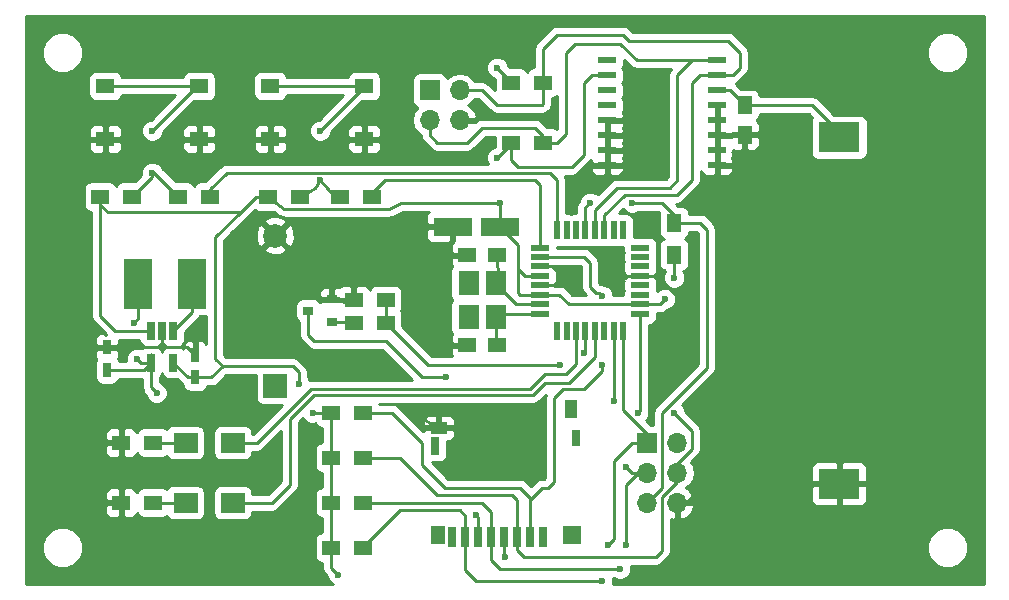
<source format=gbr>
G04 #@! TF.FileFunction,Copper,L1,Top,Signal*
%FSLAX46Y46*%
G04 Gerber Fmt 4.6, Leading zero omitted, Abs format (unit mm)*
G04 Created by KiCad (PCBNEW 4.0.7) date 01/15/18 20:31:50*
%MOMM*%
%LPD*%
G01*
G04 APERTURE LIST*
%ADD10C,0.100000*%
%ADD11R,2.000000X2.000000*%
%ADD12C,2.000000*%
%ADD13R,3.510000X2.540000*%
%ADD14R,0.750000X1.200000*%
%ADD15R,3.200000X1.500000*%
%ADD16R,1.500000X1.250000*%
%ADD17R,1.250000X1.500000*%
%ADD18R,2.000000X1.700000*%
%ADD19R,0.700000X1.750000*%
%ADD20R,1.300000X1.500000*%
%ADD21R,0.800000X1.500000*%
%ADD22R,1.450000X1.000000*%
%ADD23R,0.800000X1.400000*%
%ADD24R,1.500000X1.500000*%
%ADD25R,1.000000X1.550000*%
%ADD26R,1.700000X1.700000*%
%ADD27O,1.700000X1.700000*%
%ADD28R,2.400000X4.200000*%
%ADD29R,0.900000X0.800000*%
%ADD30R,1.800000X2.100000*%
%ADD31R,1.500000X1.300000*%
%ADD32R,1.550000X1.300000*%
%ADD33R,0.650000X1.560000*%
%ADD34R,1.600000X0.550000*%
%ADD35R,0.550000X1.600000*%
%ADD36R,1.500000X0.600000*%
%ADD37C,0.600000*%
%ADD38C,0.250000*%
%ADD39C,0.254000*%
G04 APERTURE END LIST*
D10*
D11*
X66294000Y-94234000D03*
D12*
X66294000Y-81534000D03*
D13*
X114046000Y-73204000D03*
X114046000Y-102564000D03*
D14*
X52070000Y-92898000D03*
X52070000Y-90998000D03*
X59512200Y-93533000D03*
X59512200Y-91633000D03*
D15*
X85312000Y-80772000D03*
X81312000Y-80772000D03*
D16*
X82570000Y-83185000D03*
X85070000Y-83185000D03*
X82570000Y-90805000D03*
X85070000Y-90805000D03*
D17*
X106045000Y-73005000D03*
X106045000Y-70505000D03*
D18*
X58706000Y-104140000D03*
X62706000Y-104140000D03*
X58706000Y-99060000D03*
X62706000Y-99060000D03*
D19*
X81280000Y-107047000D03*
D20*
X80080000Y-106922000D03*
D21*
X79830000Y-99322000D03*
D22*
X80155000Y-97822000D03*
D23*
X91780000Y-98672000D03*
D19*
X82380000Y-107047000D03*
X83480000Y-107047000D03*
X84580000Y-107047000D03*
X85680000Y-107047000D03*
X86780000Y-107047000D03*
X87880000Y-107047000D03*
X88980000Y-107047000D03*
D24*
X91430000Y-106922000D03*
D25*
X91380000Y-96247000D03*
D26*
X97790000Y-99060000D03*
D27*
X100330000Y-99060000D03*
X97790000Y-101600000D03*
X100330000Y-101600000D03*
X97790000Y-104140000D03*
X100330000Y-104140000D03*
D26*
X79375000Y-69215000D03*
D27*
X81915000Y-69215000D03*
X79375000Y-71755000D03*
X81915000Y-71755000D03*
D28*
X59222200Y-85598000D03*
X54722200Y-85598000D03*
D29*
X71104000Y-88834000D03*
X71104000Y-86934000D03*
X69104000Y-87884000D03*
D30*
X84970000Y-88445000D03*
X84970000Y-85545000D03*
X82670000Y-85545000D03*
X82670000Y-88445000D03*
D31*
X73740000Y-96520000D03*
X71040000Y-96520000D03*
X73740000Y-100330000D03*
X71040000Y-100330000D03*
X71040000Y-104140000D03*
X73740000Y-104140000D03*
X73740000Y-107950000D03*
X71040000Y-107950000D03*
X72945000Y-88900000D03*
X75645000Y-88900000D03*
X72945000Y-86995000D03*
X75645000Y-86995000D03*
X53260000Y-104140000D03*
X55960000Y-104140000D03*
X53260000Y-99060000D03*
X55960000Y-99060000D03*
D20*
X100076000Y-83138000D03*
X100076000Y-80438000D03*
D31*
X86280000Y-68580000D03*
X88980000Y-68580000D03*
X86280000Y-73660000D03*
X88980000Y-73660000D03*
X58086000Y-78232000D03*
X60786000Y-78232000D03*
X71802000Y-78232000D03*
X74502000Y-78232000D03*
X51482000Y-78232000D03*
X54182000Y-78232000D03*
X65706000Y-78232000D03*
X68406000Y-78232000D03*
D32*
X51905000Y-68870000D03*
X59855000Y-68870000D03*
X51905000Y-73370000D03*
X59855000Y-73370000D03*
X65875000Y-68870000D03*
X73825000Y-68870000D03*
X65875000Y-73370000D03*
X73825000Y-73370000D03*
D33*
X57668200Y-89582000D03*
X56718200Y-89582000D03*
X55768200Y-89582000D03*
X55768200Y-92282000D03*
X57668200Y-92282000D03*
D34*
X88714000Y-82544000D03*
X88714000Y-83344000D03*
X88714000Y-84144000D03*
X88714000Y-84944000D03*
X88714000Y-85744000D03*
X88714000Y-86544000D03*
X88714000Y-87344000D03*
X88714000Y-88144000D03*
D35*
X90164000Y-89594000D03*
X90964000Y-89594000D03*
X91764000Y-89594000D03*
X92564000Y-89594000D03*
X93364000Y-89594000D03*
X94164000Y-89594000D03*
X94964000Y-89594000D03*
X95764000Y-89594000D03*
D34*
X97214000Y-88144000D03*
X97214000Y-87344000D03*
X97214000Y-86544000D03*
X97214000Y-85744000D03*
X97214000Y-84944000D03*
X97214000Y-84144000D03*
X97214000Y-83344000D03*
X97214000Y-82544000D03*
D35*
X95764000Y-81094000D03*
X94964000Y-81094000D03*
X94164000Y-81094000D03*
X93364000Y-81094000D03*
X92564000Y-81094000D03*
X91764000Y-81094000D03*
X90964000Y-81094000D03*
X90164000Y-81094000D03*
D36*
X94410000Y-66675000D03*
X94410000Y-67945000D03*
X94410000Y-69215000D03*
X94410000Y-70485000D03*
X94410000Y-71755000D03*
X94410000Y-73025000D03*
X94410000Y-74295000D03*
X94410000Y-75565000D03*
X103710000Y-75565000D03*
X103710000Y-74295000D03*
X103710000Y-73025000D03*
X103710000Y-71755000D03*
X103710000Y-70485000D03*
X103710000Y-69215000D03*
X103710000Y-67945000D03*
X103710000Y-66675000D03*
D37*
X77470000Y-83820000D03*
X99060000Y-74422000D03*
X103378000Y-77216000D03*
X93980000Y-84582000D03*
X91694000Y-84582000D03*
X77216000Y-93472000D03*
X77216000Y-96012000D03*
X102616000Y-94996000D03*
X100584000Y-92964000D03*
X79756000Y-74676000D03*
X68326000Y-94107000D03*
X69469000Y-96520000D03*
X85344000Y-78740000D03*
X100076000Y-85090000D03*
X99314000Y-86868000D03*
X71628000Y-110236000D03*
X85725000Y-108712000D03*
X85090000Y-67310000D03*
X85090000Y-74930000D03*
X80772000Y-93472000D03*
X83312000Y-105156000D03*
X94488000Y-107696000D03*
X93980000Y-110744000D03*
X97028000Y-96520000D03*
X96012000Y-101092000D03*
X96012000Y-107696000D03*
X95504000Y-109728000D03*
X93980000Y-92456000D03*
X93980000Y-86614000D03*
X94996000Y-95504000D03*
X100076000Y-96520000D03*
X92964000Y-78740000D03*
X96520000Y-78740000D03*
X92456000Y-91440000D03*
X90424000Y-92456000D03*
X54356000Y-88900000D03*
X54610000Y-91948000D03*
X56261000Y-94869000D03*
X55880000Y-76200000D03*
X55880000Y-72644000D03*
X70104000Y-76835000D03*
X70104000Y-72644000D03*
D38*
X56718200Y-89582000D02*
X56718200Y-90601800D01*
X56322000Y-90998000D02*
X52070000Y-90998000D01*
X56718200Y-90601800D02*
X56322000Y-90998000D01*
X56718200Y-89582000D02*
X56718200Y-90627200D01*
X58811200Y-90932000D02*
X59512200Y-91633000D01*
X57023000Y-90932000D02*
X58811200Y-90932000D01*
X56718200Y-90627200D02*
X57023000Y-90932000D01*
X98933000Y-74295000D02*
X99060000Y-74422000D01*
X98933000Y-74295000D02*
X94410000Y-74295000D01*
X90170000Y-84582000D02*
X91694000Y-84582000D01*
X94342000Y-84944000D02*
X97214000Y-84944000D01*
X93980000Y-84582000D02*
X94342000Y-84944000D01*
X88714000Y-85744000D02*
X89808000Y-85744000D01*
X89732000Y-84144000D02*
X88714000Y-84144000D01*
X90208000Y-84620000D02*
X90170000Y-84582000D01*
X90170000Y-84582000D02*
X89732000Y-84144000D01*
X90208000Y-85344000D02*
X90208000Y-84620000D01*
X89808000Y-85744000D02*
X90208000Y-85344000D01*
X77216000Y-96012000D02*
X80042000Y-97822000D01*
X80155000Y-97822000D02*
X80042000Y-97822000D01*
X100584000Y-86868000D02*
X100584000Y-92964000D01*
X97214000Y-84944000D02*
X98660000Y-84944000D01*
X100584000Y-86868000D02*
X98660000Y-84944000D01*
X102616000Y-102616000D02*
X101092000Y-104140000D01*
X102616000Y-102616000D02*
X102616000Y-94996000D01*
X100330000Y-104140000D02*
X101092000Y-104140000D01*
X51482000Y-78232000D02*
X51482000Y-88312000D01*
X52752000Y-89582000D02*
X55768200Y-89582000D01*
X51482000Y-88312000D02*
X52752000Y-89582000D01*
X61849000Y-92583000D02*
X61214000Y-91948000D01*
X61214000Y-81661000D02*
X63373000Y-79502000D01*
X61214000Y-91948000D02*
X61214000Y-81661000D01*
X59512200Y-93533000D02*
X58919200Y-93533000D01*
X58919200Y-93533000D02*
X57668200Y-92282000D01*
X71040000Y-96520000D02*
X69469000Y-96520000D01*
X60899000Y-93533000D02*
X59512200Y-93533000D01*
X61849000Y-92583000D02*
X60899000Y-93533000D01*
X67818000Y-92583000D02*
X61849000Y-92583000D01*
X68326000Y-93091000D02*
X67818000Y-92583000D01*
X68326000Y-94107000D02*
X68326000Y-93091000D01*
X65706000Y-78232000D02*
X64643000Y-78232000D01*
X64643000Y-78232000D02*
X63373000Y-79502000D01*
X51482000Y-78914000D02*
X51482000Y-78232000D01*
X63373000Y-79502000D02*
X52070000Y-79502000D01*
X52070000Y-79502000D02*
X51943000Y-79375000D01*
X51943000Y-79375000D02*
X51482000Y-78914000D01*
X85344000Y-78740000D02*
X76962000Y-78740000D01*
X67056000Y-79248000D02*
X65706000Y-78232000D01*
X75946000Y-79248000D02*
X67056000Y-79248000D01*
X76962000Y-78740000D02*
X75946000Y-79248000D01*
X65706000Y-78660000D02*
X65706000Y-78232000D01*
X51482000Y-78406000D02*
X51482000Y-78232000D01*
X85312000Y-78772000D02*
X85312000Y-80772000D01*
X85344000Y-78740000D02*
X85312000Y-78772000D01*
X88714000Y-86544000D02*
X87052000Y-86544000D01*
X86868000Y-86360000D02*
X86868000Y-83820000D01*
X87052000Y-86544000D02*
X86868000Y-86360000D01*
X88714000Y-84944000D02*
X87484000Y-84944000D01*
X87484000Y-84944000D02*
X86868000Y-84328000D01*
X86868000Y-84328000D02*
X86868000Y-83820000D01*
X86868000Y-82328000D02*
X85312000Y-80772000D01*
X86868000Y-83820000D02*
X86868000Y-82328000D01*
X97214000Y-87344000D02*
X91154000Y-87344000D01*
X90354000Y-86544000D02*
X88714000Y-86544000D01*
X91154000Y-87344000D02*
X90354000Y-86544000D01*
X97214000Y-87344000D02*
X98838000Y-87344000D01*
X100076000Y-85090000D02*
X100076000Y-83138000D01*
X98838000Y-87344000D02*
X99314000Y-86868000D01*
X91440000Y-75692000D02*
X86868000Y-75692000D01*
X93091000Y-67945000D02*
X92456000Y-68580000D01*
X92456000Y-68580000D02*
X92456000Y-74676000D01*
X92456000Y-74676000D02*
X91440000Y-75692000D01*
X94410000Y-67945000D02*
X93091000Y-67945000D01*
X86280000Y-75104000D02*
X86280000Y-73660000D01*
X86868000Y-75692000D02*
X86280000Y-75104000D01*
X85680000Y-107047000D02*
X85680000Y-108667000D01*
X85680000Y-108667000D02*
X85725000Y-108712000D01*
X71040000Y-109648000D02*
X71040000Y-107950000D01*
X71628000Y-110236000D02*
X71040000Y-109648000D01*
X71040000Y-100330000D02*
X71040000Y-96520000D01*
X71040000Y-104140000D02*
X71040000Y-100330000D01*
X71040000Y-107950000D02*
X71040000Y-104140000D01*
X86280000Y-68580000D02*
X86280000Y-68500000D01*
X86280000Y-68500000D02*
X85090000Y-67310000D01*
X85090000Y-74930000D02*
X86280000Y-73740000D01*
X86280000Y-73740000D02*
X86280000Y-73660000D01*
X88714000Y-87344000D02*
X86709000Y-87344000D01*
X86709000Y-87344000D02*
X84970000Y-85605000D01*
X84970000Y-85605000D02*
X84970000Y-85545000D01*
X85070000Y-83185000D02*
X85197000Y-85318000D01*
X85197000Y-85318000D02*
X84970000Y-85545000D01*
X55960000Y-104140000D02*
X58706000Y-104140000D01*
X55960000Y-99060000D02*
X58706000Y-99060000D01*
X62706000Y-99060000D02*
X64770000Y-99060000D01*
X91764000Y-92386000D02*
X91764000Y-89594000D01*
X90932000Y-93218000D02*
X91764000Y-92386000D01*
X89154000Y-93218000D02*
X90932000Y-93218000D01*
X87884000Y-94488000D02*
X89154000Y-93218000D01*
X69342000Y-94488000D02*
X87884000Y-94488000D01*
X64770000Y-99060000D02*
X69342000Y-94488000D01*
X83480000Y-107047000D02*
X83480000Y-105324000D01*
X69104000Y-89932000D02*
X69104000Y-87884000D01*
X69596000Y-90424000D02*
X69104000Y-89932000D01*
X75692000Y-90424000D02*
X69596000Y-90424000D01*
X78740000Y-93472000D02*
X75692000Y-90424000D01*
X80772000Y-93472000D02*
X78740000Y-93472000D01*
X83480000Y-105324000D02*
X83312000Y-105156000D01*
X97790000Y-99060000D02*
X97790000Y-98298000D01*
X97790000Y-98298000D02*
X95764000Y-96272000D01*
X95764000Y-96272000D02*
X95764000Y-89594000D01*
X82380000Y-107047000D02*
X82380000Y-109812000D01*
X96520000Y-99060000D02*
X97790000Y-99060000D01*
X94996000Y-100584000D02*
X96520000Y-99060000D01*
X94996000Y-107188000D02*
X94996000Y-100584000D01*
X94488000Y-107696000D02*
X94996000Y-107188000D01*
X83312000Y-110744000D02*
X93980000Y-110744000D01*
X82380000Y-109812000D02*
X83312000Y-110744000D01*
X73740000Y-107950000D02*
X73740000Y-107870000D01*
X73740000Y-107870000D02*
X76835000Y-104775000D01*
X76835000Y-104775000D02*
X81915000Y-104775000D01*
X81915000Y-104775000D02*
X82380000Y-105240000D01*
X82380000Y-105240000D02*
X82380000Y-107047000D01*
X97790000Y-101600000D02*
X96520000Y-101600000D01*
X97214000Y-96334000D02*
X97214000Y-88144000D01*
X97028000Y-96520000D02*
X97214000Y-96334000D01*
X96520000Y-101600000D02*
X96012000Y-101092000D01*
X84580000Y-107047000D02*
X84580000Y-108964000D01*
X96012000Y-102616000D02*
X97028000Y-101600000D01*
X96012000Y-107696000D02*
X96012000Y-102616000D01*
X85344000Y-109728000D02*
X95504000Y-109728000D01*
X84580000Y-108964000D02*
X85344000Y-109728000D01*
X97028000Y-101600000D02*
X97790000Y-101600000D01*
X73740000Y-104140000D02*
X83820000Y-104140000D01*
X84580000Y-104900000D02*
X84580000Y-107047000D01*
X83820000Y-104140000D02*
X84580000Y-104900000D01*
X93726000Y-86360000D02*
X93472000Y-86360000D01*
X87884000Y-103886000D02*
X88900000Y-102870000D01*
X88900000Y-102870000D02*
X89408000Y-102870000D01*
X89408000Y-102870000D02*
X89916000Y-102362000D01*
X89916000Y-102362000D02*
X89916000Y-95250000D01*
X89916000Y-95250000D02*
X90678000Y-94488000D01*
X90678000Y-94488000D02*
X92456000Y-94488000D01*
X92456000Y-94488000D02*
X93980000Y-92964000D01*
X93980000Y-92964000D02*
X93980000Y-92456000D01*
X93980000Y-86614000D02*
X93726000Y-86360000D01*
X87880000Y-103886000D02*
X87884000Y-103886000D01*
X90424000Y-83312000D02*
X90424000Y-83344000D01*
X92456000Y-83312000D02*
X90424000Y-83312000D01*
X92964000Y-83820000D02*
X92456000Y-83312000D01*
X92964000Y-85852000D02*
X92964000Y-83820000D01*
X93472000Y-86360000D02*
X92964000Y-85852000D01*
X90424000Y-83344000D02*
X88714000Y-83344000D01*
X73740000Y-96520000D02*
X76200000Y-96520000D01*
X87880000Y-103755000D02*
X87880000Y-103886000D01*
X87880000Y-103886000D02*
X87880000Y-107047000D01*
X86995000Y-102870000D02*
X87880000Y-103755000D01*
X80645000Y-102870000D02*
X86995000Y-102870000D01*
X78740000Y-100965000D02*
X80645000Y-102870000D01*
X78740000Y-99060000D02*
X78740000Y-100965000D01*
X76200000Y-96520000D02*
X78740000Y-99060000D01*
X101600000Y-99568000D02*
X101600000Y-98044000D01*
X100330000Y-100838000D02*
X101600000Y-99568000D01*
X94964000Y-95472000D02*
X94964000Y-89594000D01*
X94996000Y-95504000D02*
X94964000Y-95472000D01*
X101600000Y-98044000D02*
X100076000Y-96520000D01*
X100330000Y-101600000D02*
X100330000Y-100838000D01*
X86780000Y-107047000D02*
X86780000Y-108116000D01*
X87376000Y-108712000D02*
X98552000Y-108712000D01*
X86780000Y-108116000D02*
X87376000Y-108712000D01*
X100330000Y-102362000D02*
X99060000Y-103632000D01*
X98552000Y-108712000D02*
X99060000Y-108204000D01*
X99060000Y-108204000D02*
X99060000Y-103632000D01*
X100330000Y-102362000D02*
X100330000Y-101600000D01*
X73740000Y-100330000D02*
X76835000Y-100330000D01*
X76835000Y-100330000D02*
X80010000Y-103505000D01*
X80010000Y-103505000D02*
X86360000Y-103505000D01*
X86360000Y-103505000D02*
X86780000Y-103925000D01*
X86780000Y-103925000D02*
X86780000Y-107047000D01*
X102870000Y-92710000D02*
X102870000Y-81026000D01*
X99060000Y-102870000D02*
X99060000Y-96520000D01*
X99060000Y-96520000D02*
X102870000Y-92710000D01*
X97790000Y-104140000D02*
X99060000Y-102870000D01*
X102282000Y-80438000D02*
X100076000Y-80438000D01*
X102870000Y-81026000D02*
X102282000Y-80438000D01*
X100076000Y-80438000D02*
X100076000Y-79756000D01*
X100076000Y-79756000D02*
X99060000Y-78740000D01*
X92564000Y-79140000D02*
X92964000Y-78740000D01*
X92564000Y-81094000D02*
X92564000Y-79140000D01*
X99060000Y-78740000D02*
X96520000Y-78740000D01*
X103710000Y-67945000D02*
X105029000Y-67945000D01*
X90170000Y-64516000D02*
X88980000Y-65706000D01*
X95758000Y-64516000D02*
X90170000Y-64516000D01*
X96266000Y-65024000D02*
X95758000Y-64516000D01*
X104648000Y-65024000D02*
X96266000Y-65024000D01*
X105664000Y-66040000D02*
X104648000Y-65024000D01*
X105664000Y-67310000D02*
X105664000Y-66040000D01*
X105029000Y-67945000D02*
X105664000Y-67310000D01*
X103710000Y-67945000D02*
X102235000Y-67945000D01*
X94164000Y-79826000D02*
X95885000Y-78105000D01*
X95885000Y-78105000D02*
X100330000Y-78105000D01*
X100330000Y-78105000D02*
X101600000Y-76835000D01*
X101600000Y-76835000D02*
X101600000Y-68580000D01*
X101600000Y-68580000D02*
X102235000Y-67945000D01*
X94164000Y-79826000D02*
X94164000Y-81094000D01*
X81915000Y-69215000D02*
X83820000Y-69215000D01*
X88980000Y-70405000D02*
X88980000Y-68580000D01*
X88900000Y-70485000D02*
X88980000Y-70405000D01*
X85090000Y-70485000D02*
X88900000Y-70485000D01*
X83820000Y-69215000D02*
X85090000Y-70485000D01*
X88980000Y-68580000D02*
X88980000Y-65706000D01*
X90932000Y-66040000D02*
X90932000Y-72898000D01*
X96901000Y-66675000D02*
X95504000Y-65278000D01*
X95504000Y-65278000D02*
X91694000Y-65278000D01*
X91694000Y-65278000D02*
X90932000Y-66040000D01*
X101600000Y-66675000D02*
X96901000Y-66675000D01*
X90932000Y-72898000D02*
X90170000Y-73660000D01*
X93364000Y-81094000D02*
X93364000Y-79356000D01*
X101600000Y-66675000D02*
X103710000Y-66675000D01*
X100330000Y-67945000D02*
X101600000Y-66675000D01*
X100330000Y-76835000D02*
X100330000Y-67945000D01*
X99695000Y-77470000D02*
X100330000Y-76835000D01*
X95250000Y-77470000D02*
X99695000Y-77470000D01*
X93364000Y-79356000D02*
X95250000Y-77470000D01*
X83820000Y-72390000D02*
X88265000Y-72390000D01*
X79375000Y-73025000D02*
X80010000Y-73660000D01*
X80010000Y-73660000D02*
X82550000Y-73660000D01*
X82550000Y-73660000D02*
X83820000Y-72390000D01*
X79375000Y-71755000D02*
X79375000Y-73025000D01*
X88265000Y-72390000D02*
X88980000Y-73105000D01*
X88980000Y-73105000D02*
X88980000Y-73660000D01*
X90170000Y-73660000D02*
X88980000Y-73660000D01*
X90164000Y-81094000D02*
X90164000Y-76829000D01*
X60786000Y-77593200D02*
X60786000Y-78232000D01*
X62230000Y-76200000D02*
X60786000Y-77593200D01*
X89535000Y-76200000D02*
X62230000Y-76200000D01*
X90164000Y-76829000D02*
X89535000Y-76200000D01*
X88714000Y-82544000D02*
X88714000Y-77284000D01*
X74502000Y-77898000D02*
X74502000Y-78232000D01*
X75565000Y-76835000D02*
X74502000Y-77898000D01*
X88265000Y-76835000D02*
X75565000Y-76835000D01*
X88714000Y-77284000D02*
X88265000Y-76835000D01*
X75645000Y-88900000D02*
X75692000Y-88900000D01*
X75692000Y-88900000D02*
X79248000Y-92456000D01*
X92564000Y-91332000D02*
X92564000Y-89594000D01*
X92456000Y-91440000D02*
X92564000Y-91332000D01*
X79248000Y-92456000D02*
X90424000Y-92456000D01*
X75645000Y-86995000D02*
X75645000Y-88900000D01*
X55768200Y-92282000D02*
X54944000Y-92282000D01*
X54722200Y-88533800D02*
X54722200Y-85598000D01*
X54356000Y-88900000D02*
X54722200Y-88533800D01*
X54944000Y-92282000D02*
X54610000Y-91948000D01*
X52070000Y-92898000D02*
X55152200Y-92898000D01*
X55152200Y-92898000D02*
X55768200Y-92282000D01*
X56261000Y-94869000D02*
X55768200Y-94376200D01*
X55768200Y-94376200D02*
X55768200Y-92282000D01*
X52070000Y-92898000D02*
X52070000Y-92633800D01*
X55768200Y-92282000D02*
X55768200Y-91582200D01*
X54722200Y-85598000D02*
X54722200Y-87213000D01*
X88714000Y-88144000D02*
X85271000Y-88144000D01*
X85271000Y-88144000D02*
X84970000Y-88445000D01*
X84970000Y-88445000D02*
X84970000Y-90705000D01*
X84970000Y-90705000D02*
X85070000Y-90805000D01*
X93364000Y-89594000D02*
X93364000Y-91802000D01*
X66040000Y-104140000D02*
X62706000Y-104140000D01*
X67564000Y-102616000D02*
X66040000Y-104140000D01*
X67564000Y-97028000D02*
X67564000Y-102616000D01*
X69596000Y-94996000D02*
X67564000Y-97028000D01*
X88138000Y-94996000D02*
X69596000Y-94996000D01*
X89154000Y-93980000D02*
X88138000Y-94996000D01*
X91186000Y-93980000D02*
X89154000Y-93980000D01*
X93364000Y-91802000D02*
X91186000Y-93980000D01*
X59222200Y-85598000D02*
X59222200Y-88028000D01*
X59222200Y-88028000D02*
X57668200Y-89582000D01*
X71104000Y-88834000D02*
X72879000Y-88834000D01*
X72879000Y-88834000D02*
X72945000Y-88900000D01*
X55880000Y-76200000D02*
X55880000Y-76534000D01*
X55880000Y-76534000D02*
X54182000Y-78232000D01*
X55880000Y-76200000D02*
X56054000Y-76200000D01*
X56054000Y-76200000D02*
X58086000Y-78232000D01*
X59855000Y-68870000D02*
X59654000Y-68870000D01*
X59654000Y-68870000D02*
X55880000Y-72644000D01*
X51905000Y-68870000D02*
X59855000Y-68870000D01*
X70104000Y-76835000D02*
X69676000Y-77470000D01*
X69676000Y-77470000D02*
X68406000Y-78232000D01*
X73825000Y-68870000D02*
X73825000Y-68923000D01*
X73825000Y-68923000D02*
X70104000Y-72644000D01*
X70104000Y-76835000D02*
X71374000Y-78232000D01*
X71374000Y-78232000D02*
X71802000Y-78232000D01*
X65875000Y-68870000D02*
X73825000Y-68870000D01*
X114046000Y-73204000D02*
X114046000Y-72771000D01*
X114046000Y-72771000D02*
X111780000Y-70505000D01*
X111780000Y-70505000D02*
X106065000Y-70505000D01*
X106065000Y-70505000D02*
X104775000Y-69215000D01*
X104775000Y-69215000D02*
X103710000Y-69215000D01*
D39*
G36*
X126290000Y-111050000D02*
X94865341Y-111050000D01*
X94914838Y-110930799D01*
X94915162Y-110558833D01*
X94885894Y-110488000D01*
X94941537Y-110488000D01*
X94973673Y-110520192D01*
X95317201Y-110662838D01*
X95689167Y-110663162D01*
X96032943Y-110521117D01*
X96296192Y-110258327D01*
X96438838Y-109914799D01*
X96439162Y-109542833D01*
X96409894Y-109472000D01*
X98552000Y-109472000D01*
X98842839Y-109414148D01*
X99089401Y-109249401D01*
X99597401Y-108741401D01*
X99647114Y-108667000D01*
X99762148Y-108494839D01*
X99802177Y-108293599D01*
X121454699Y-108293599D01*
X121718281Y-108931515D01*
X122205918Y-109420004D01*
X122843373Y-109684699D01*
X123533599Y-109685301D01*
X124171515Y-109421719D01*
X124660004Y-108934082D01*
X124924699Y-108296627D01*
X124925301Y-107606401D01*
X124661719Y-106968485D01*
X124174082Y-106479996D01*
X123536627Y-106215301D01*
X122846401Y-106214699D01*
X122208485Y-106478281D01*
X121719996Y-106965918D01*
X121455301Y-107603373D01*
X121454699Y-108293599D01*
X99802177Y-108293599D01*
X99820000Y-108204000D01*
X99820000Y-105509582D01*
X99973108Y-105581486D01*
X100203000Y-105460819D01*
X100203000Y-104267000D01*
X100457000Y-104267000D01*
X100457000Y-105460819D01*
X100686892Y-105581486D01*
X101211358Y-105335183D01*
X101601645Y-104906924D01*
X101771476Y-104496890D01*
X101650155Y-104267000D01*
X100457000Y-104267000D01*
X100203000Y-104267000D01*
X100183000Y-104267000D01*
X100183000Y-104013000D01*
X100203000Y-104013000D01*
X100203000Y-103993000D01*
X100457000Y-103993000D01*
X100457000Y-104013000D01*
X101650155Y-104013000D01*
X101771476Y-103783110D01*
X101601645Y-103373076D01*
X101211358Y-102944817D01*
X101068447Y-102877702D01*
X101110280Y-102849750D01*
X111656000Y-102849750D01*
X111656000Y-103960309D01*
X111752673Y-104193698D01*
X111931301Y-104372327D01*
X112164690Y-104469000D01*
X113760250Y-104469000D01*
X113919000Y-104310250D01*
X113919000Y-102691000D01*
X114173000Y-102691000D01*
X114173000Y-104310250D01*
X114331750Y-104469000D01*
X115927310Y-104469000D01*
X116160699Y-104372327D01*
X116339327Y-104193698D01*
X116436000Y-103960309D01*
X116436000Y-102849750D01*
X116277250Y-102691000D01*
X114173000Y-102691000D01*
X113919000Y-102691000D01*
X111814750Y-102691000D01*
X111656000Y-102849750D01*
X101110280Y-102849750D01*
X101409147Y-102650054D01*
X101731054Y-102168285D01*
X101844093Y-101600000D01*
X101758102Y-101167691D01*
X111656000Y-101167691D01*
X111656000Y-102278250D01*
X111814750Y-102437000D01*
X113919000Y-102437000D01*
X113919000Y-100817750D01*
X114173000Y-100817750D01*
X114173000Y-102437000D01*
X116277250Y-102437000D01*
X116436000Y-102278250D01*
X116436000Y-101167691D01*
X116339327Y-100934302D01*
X116160699Y-100755673D01*
X115927310Y-100659000D01*
X114331750Y-100659000D01*
X114173000Y-100817750D01*
X113919000Y-100817750D01*
X113760250Y-100659000D01*
X112164690Y-100659000D01*
X111931301Y-100755673D01*
X111752673Y-100934302D01*
X111656000Y-101167691D01*
X101758102Y-101167691D01*
X101731054Y-101031715D01*
X101522785Y-100720017D01*
X102137401Y-100105401D01*
X102302148Y-99858840D01*
X102360000Y-99568000D01*
X102360000Y-98044000D01*
X102306492Y-97775000D01*
X102302148Y-97753160D01*
X102137401Y-97506599D01*
X101011122Y-96380320D01*
X101011162Y-96334833D01*
X100869117Y-95991057D01*
X100766521Y-95888281D01*
X103407401Y-93247401D01*
X103572148Y-93000839D01*
X103630000Y-92710000D01*
X103630000Y-81026000D01*
X103572148Y-80735161D01*
X103407401Y-80488599D01*
X102819401Y-79900599D01*
X102572839Y-79735852D01*
X102282000Y-79678000D01*
X101371558Y-79678000D01*
X101329162Y-79452683D01*
X101190090Y-79236559D01*
X100977890Y-79091569D01*
X100726000Y-79040560D01*
X100435362Y-79040560D01*
X100259802Y-78865000D01*
X100330000Y-78865000D01*
X100620839Y-78807148D01*
X100867401Y-78642401D01*
X102137401Y-77372401D01*
X102302148Y-77125840D01*
X102360000Y-76835000D01*
X102360000Y-76075807D01*
X102421673Y-76224699D01*
X102600302Y-76403327D01*
X102833691Y-76500000D01*
X103424250Y-76500000D01*
X103583000Y-76341250D01*
X103583000Y-75692000D01*
X103837000Y-75692000D01*
X103837000Y-76341250D01*
X103995750Y-76500000D01*
X104586309Y-76500000D01*
X104819698Y-76403327D01*
X104998327Y-76224699D01*
X105095000Y-75991310D01*
X105095000Y-75850750D01*
X104936250Y-75692000D01*
X103837000Y-75692000D01*
X103583000Y-75692000D01*
X103563000Y-75692000D01*
X103563000Y-75438000D01*
X103583000Y-75438000D01*
X103583000Y-74422000D01*
X103563000Y-74422000D01*
X103563000Y-74168000D01*
X103583000Y-74168000D01*
X103583000Y-73152000D01*
X103837000Y-73152000D01*
X103837000Y-74168000D01*
X103857000Y-74168000D01*
X103857000Y-74422000D01*
X103837000Y-74422000D01*
X103837000Y-75438000D01*
X104936250Y-75438000D01*
X105095000Y-75279250D01*
X105095000Y-75138690D01*
X105008558Y-74930000D01*
X105095000Y-74721310D01*
X105095000Y-74580750D01*
X104936252Y-74422002D01*
X105095000Y-74422002D01*
X105095000Y-74307700D01*
X105293690Y-74390000D01*
X105759250Y-74390000D01*
X105918000Y-74231250D01*
X105918000Y-73132000D01*
X106172000Y-73132000D01*
X106172000Y-74231250D01*
X106330750Y-74390000D01*
X106796310Y-74390000D01*
X107029699Y-74293327D01*
X107208327Y-74114698D01*
X107305000Y-73881309D01*
X107305000Y-73290750D01*
X107146250Y-73132000D01*
X106172000Y-73132000D01*
X105918000Y-73132000D01*
X104943750Y-73132000D01*
X104923750Y-73152000D01*
X103837000Y-73152000D01*
X103583000Y-73152000D01*
X103563000Y-73152000D01*
X103563000Y-72898000D01*
X103583000Y-72898000D01*
X103583000Y-71882000D01*
X103563000Y-71882000D01*
X103563000Y-71628000D01*
X103583000Y-71628000D01*
X103583000Y-70612000D01*
X103563000Y-70612000D01*
X103563000Y-70358000D01*
X103583000Y-70358000D01*
X103583000Y-70338000D01*
X103837000Y-70338000D01*
X103837000Y-70358000D01*
X103857000Y-70358000D01*
X103857000Y-70612000D01*
X103837000Y-70612000D01*
X103837000Y-71628000D01*
X103857000Y-71628000D01*
X103857000Y-71882000D01*
X103837000Y-71882000D01*
X103837000Y-72898000D01*
X104936250Y-72898000D01*
X104956250Y-72878000D01*
X105918000Y-72878000D01*
X105918000Y-72858000D01*
X106172000Y-72858000D01*
X106172000Y-72878000D01*
X107146250Y-72878000D01*
X107305000Y-72719250D01*
X107305000Y-72128691D01*
X107208327Y-71895302D01*
X107067090Y-71754064D01*
X107121441Y-71719090D01*
X107266431Y-71506890D01*
X107315415Y-71265000D01*
X111465198Y-71265000D01*
X111770776Y-71570578D01*
X111694569Y-71682110D01*
X111643560Y-71934000D01*
X111643560Y-74474000D01*
X111687838Y-74709317D01*
X111826910Y-74925441D01*
X112039110Y-75070431D01*
X112291000Y-75121440D01*
X115801000Y-75121440D01*
X116036317Y-75077162D01*
X116252441Y-74938090D01*
X116397431Y-74725890D01*
X116448440Y-74474000D01*
X116448440Y-71934000D01*
X116404162Y-71698683D01*
X116265090Y-71482559D01*
X116052890Y-71337569D01*
X115801000Y-71286560D01*
X113636362Y-71286560D01*
X112317401Y-69967599D01*
X112070839Y-69802852D01*
X111780000Y-69745000D01*
X107315558Y-69745000D01*
X107273162Y-69519683D01*
X107134090Y-69303559D01*
X106921890Y-69158569D01*
X106670000Y-69107560D01*
X105742362Y-69107560D01*
X105312401Y-68677599D01*
X105278989Y-68655274D01*
X105319839Y-68647148D01*
X105566401Y-68482401D01*
X106201401Y-67847401D01*
X106366148Y-67600839D01*
X106424000Y-67310000D01*
X106424000Y-66383599D01*
X121454699Y-66383599D01*
X121718281Y-67021515D01*
X122205918Y-67510004D01*
X122843373Y-67774699D01*
X123533599Y-67775301D01*
X124171515Y-67511719D01*
X124660004Y-67024082D01*
X124924699Y-66386627D01*
X124925301Y-65696401D01*
X124661719Y-65058485D01*
X124174082Y-64569996D01*
X123536627Y-64305301D01*
X122846401Y-64304699D01*
X122208485Y-64568281D01*
X121719996Y-65055918D01*
X121455301Y-65693373D01*
X121454699Y-66383599D01*
X106424000Y-66383599D01*
X106424000Y-66040000D01*
X106366148Y-65749161D01*
X106201401Y-65502599D01*
X105185401Y-64486599D01*
X104938839Y-64321852D01*
X104648000Y-64264000D01*
X96580802Y-64264000D01*
X96295401Y-63978599D01*
X96048839Y-63813852D01*
X95758000Y-63756000D01*
X90170000Y-63756000D01*
X89879161Y-63813852D01*
X89632599Y-63978599D01*
X88442599Y-65168599D01*
X88277852Y-65415161D01*
X88220000Y-65706000D01*
X88220000Y-67284442D01*
X87994683Y-67326838D01*
X87778559Y-67465910D01*
X87633569Y-67678110D01*
X87630919Y-67691197D01*
X87494090Y-67478559D01*
X87281890Y-67333569D01*
X87030000Y-67282560D01*
X86137362Y-67282560D01*
X86025122Y-67170320D01*
X86025162Y-67124833D01*
X85883117Y-66781057D01*
X85620327Y-66517808D01*
X85276799Y-66375162D01*
X84904833Y-66374838D01*
X84561057Y-66516883D01*
X84297808Y-66779673D01*
X84155162Y-67123201D01*
X84154838Y-67495167D01*
X84296883Y-67838943D01*
X84559673Y-68102192D01*
X84882560Y-68236267D01*
X84882560Y-69202758D01*
X84357401Y-68677599D01*
X84110839Y-68512852D01*
X83820000Y-68455000D01*
X83187954Y-68455000D01*
X82994147Y-68164946D01*
X82512378Y-67843039D01*
X81944093Y-67730000D01*
X81885907Y-67730000D01*
X81317622Y-67843039D01*
X80835853Y-68164946D01*
X80835029Y-68166179D01*
X80828162Y-68129683D01*
X80689090Y-67913559D01*
X80476890Y-67768569D01*
X80225000Y-67717560D01*
X78525000Y-67717560D01*
X78289683Y-67761838D01*
X78073559Y-67900910D01*
X77928569Y-68113110D01*
X77877560Y-68365000D01*
X77877560Y-70065000D01*
X77921838Y-70300317D01*
X78060910Y-70516441D01*
X78273110Y-70661431D01*
X78340541Y-70675086D01*
X78295853Y-70704946D01*
X77973946Y-71186715D01*
X77860907Y-71755000D01*
X77973946Y-72323285D01*
X78295853Y-72805054D01*
X78615000Y-73018301D01*
X78615000Y-73025000D01*
X78672852Y-73315839D01*
X78837599Y-73562401D01*
X79472599Y-74197401D01*
X79719161Y-74362148D01*
X80010000Y-74420000D01*
X82550000Y-74420000D01*
X82840839Y-74362148D01*
X83087401Y-74197401D01*
X84134802Y-73150000D01*
X84882560Y-73150000D01*
X84882560Y-74004041D01*
X84561057Y-74136883D01*
X84297808Y-74399673D01*
X84155162Y-74743201D01*
X84154838Y-75115167D01*
X84289056Y-75440000D01*
X62230000Y-75440000D01*
X62091116Y-75467626D01*
X61951777Y-75492758D01*
X61945952Y-75496501D01*
X61939161Y-75497852D01*
X61821440Y-75576510D01*
X61702306Y-75653064D01*
X60374083Y-76934560D01*
X60036000Y-76934560D01*
X59800683Y-76978838D01*
X59584559Y-77117910D01*
X59439569Y-77330110D01*
X59436919Y-77343197D01*
X59300090Y-77130559D01*
X59087890Y-76985569D01*
X58836000Y-76934560D01*
X57863362Y-76934560D01*
X56724700Y-75795898D01*
X56673117Y-75671057D01*
X56410327Y-75407808D01*
X56066799Y-75265162D01*
X55694833Y-75264838D01*
X55351057Y-75406883D01*
X55087808Y-75669673D01*
X54945162Y-76013201D01*
X54944838Y-76385167D01*
X54947526Y-76391672D01*
X54404638Y-76934560D01*
X53432000Y-76934560D01*
X53196683Y-76978838D01*
X52980559Y-77117910D01*
X52835569Y-77330110D01*
X52832919Y-77343197D01*
X52696090Y-77130559D01*
X52483890Y-76985569D01*
X52232000Y-76934560D01*
X50732000Y-76934560D01*
X50496683Y-76978838D01*
X50280559Y-77117910D01*
X50135569Y-77330110D01*
X50084560Y-77582000D01*
X50084560Y-78882000D01*
X50128838Y-79117317D01*
X50267910Y-79333441D01*
X50480110Y-79478431D01*
X50722000Y-79527415D01*
X50722000Y-88312000D01*
X50779852Y-88602839D01*
X50944599Y-88849401D01*
X51942998Y-89847800D01*
X51942998Y-89921748D01*
X51784250Y-89763000D01*
X51568690Y-89763000D01*
X51335301Y-89859673D01*
X51156673Y-90038302D01*
X51060000Y-90271691D01*
X51060000Y-90712250D01*
X51218750Y-90871000D01*
X51943000Y-90871000D01*
X51943000Y-90851000D01*
X52197000Y-90851000D01*
X52197000Y-90871000D01*
X52921250Y-90871000D01*
X53080000Y-90712250D01*
X53080000Y-90342000D01*
X54795760Y-90342000D01*
X54795760Y-90362000D01*
X54840038Y-90597317D01*
X54979110Y-90813441D01*
X55154432Y-90933233D01*
X54991759Y-91037910D01*
X54961842Y-91081694D01*
X54796799Y-91013162D01*
X54424833Y-91012838D01*
X54081057Y-91154883D01*
X53817808Y-91417673D01*
X53675162Y-91761201D01*
X53674838Y-92133167D01*
X53676835Y-92138000D01*
X53062334Y-92138000D01*
X53048162Y-92062683D01*
X52981671Y-91959354D01*
X52983327Y-91957698D01*
X53080000Y-91724309D01*
X53080000Y-91283750D01*
X52921250Y-91125000D01*
X52197000Y-91125000D01*
X52197000Y-91145000D01*
X51943000Y-91145000D01*
X51943000Y-91125000D01*
X51218750Y-91125000D01*
X51060000Y-91283750D01*
X51060000Y-91724309D01*
X51156673Y-91957698D01*
X51158043Y-91959068D01*
X51098569Y-92046110D01*
X51047560Y-92298000D01*
X51047560Y-93498000D01*
X51091838Y-93733317D01*
X51230910Y-93949441D01*
X51443110Y-94094431D01*
X51695000Y-94145440D01*
X52445000Y-94145440D01*
X52680317Y-94101162D01*
X52896441Y-93962090D01*
X53041431Y-93749890D01*
X53060039Y-93658000D01*
X55008200Y-93658000D01*
X55008200Y-94376200D01*
X55066052Y-94667039D01*
X55230799Y-94913601D01*
X55325878Y-95008680D01*
X55325838Y-95054167D01*
X55467883Y-95397943D01*
X55730673Y-95661192D01*
X56074201Y-95803838D01*
X56446167Y-95804162D01*
X56789943Y-95662117D01*
X57053192Y-95399327D01*
X57195838Y-95055799D01*
X57196162Y-94683833D01*
X57054117Y-94340057D01*
X56791327Y-94076808D01*
X56528200Y-93967548D01*
X56528200Y-93536669D01*
X56544641Y-93526090D01*
X56689631Y-93313890D01*
X56717376Y-93176880D01*
X56740038Y-93297317D01*
X56879110Y-93513441D01*
X57091310Y-93658431D01*
X57343200Y-93709440D01*
X57993200Y-93709440D01*
X58016461Y-93705063D01*
X58381799Y-94070401D01*
X58491813Y-94143910D01*
X58534038Y-94368317D01*
X58673110Y-94584441D01*
X58885310Y-94729431D01*
X59137200Y-94780440D01*
X59887200Y-94780440D01*
X60122517Y-94736162D01*
X60338641Y-94597090D01*
X60483631Y-94384890D01*
X60502239Y-94293000D01*
X60899000Y-94293000D01*
X61189839Y-94235148D01*
X61436401Y-94070401D01*
X62163802Y-93343000D01*
X64646560Y-93343000D01*
X64646560Y-95234000D01*
X64690838Y-95469317D01*
X64829910Y-95685441D01*
X65042110Y-95830431D01*
X65294000Y-95881440D01*
X66873758Y-95881440D01*
X64455198Y-98300000D01*
X64353440Y-98300000D01*
X64353440Y-98210000D01*
X64309162Y-97974683D01*
X64170090Y-97758559D01*
X63957890Y-97613569D01*
X63706000Y-97562560D01*
X61706000Y-97562560D01*
X61470683Y-97606838D01*
X61254559Y-97745910D01*
X61109569Y-97958110D01*
X61058560Y-98210000D01*
X61058560Y-99910000D01*
X61102838Y-100145317D01*
X61241910Y-100361441D01*
X61454110Y-100506431D01*
X61706000Y-100557440D01*
X63706000Y-100557440D01*
X63941317Y-100513162D01*
X64157441Y-100374090D01*
X64302431Y-100161890D01*
X64353440Y-99910000D01*
X64353440Y-99820000D01*
X64770000Y-99820000D01*
X65060839Y-99762148D01*
X65307401Y-99597401D01*
X66804000Y-98100802D01*
X66804000Y-102301198D01*
X65725198Y-103380000D01*
X64353440Y-103380000D01*
X64353440Y-103290000D01*
X64309162Y-103054683D01*
X64170090Y-102838559D01*
X63957890Y-102693569D01*
X63706000Y-102642560D01*
X61706000Y-102642560D01*
X61470683Y-102686838D01*
X61254559Y-102825910D01*
X61109569Y-103038110D01*
X61058560Y-103290000D01*
X61058560Y-104990000D01*
X61102838Y-105225317D01*
X61241910Y-105441441D01*
X61454110Y-105586431D01*
X61706000Y-105637440D01*
X63706000Y-105637440D01*
X63941317Y-105593162D01*
X64157441Y-105454090D01*
X64302431Y-105241890D01*
X64353440Y-104990000D01*
X64353440Y-104900000D01*
X66040000Y-104900000D01*
X66330839Y-104842148D01*
X66577401Y-104677401D01*
X68101401Y-103153401D01*
X68266148Y-102906840D01*
X68275746Y-102858586D01*
X68324000Y-102616000D01*
X68324000Y-97342802D01*
X68658918Y-97007884D01*
X68675883Y-97048943D01*
X68938673Y-97312192D01*
X69282201Y-97454838D01*
X69654167Y-97455162D01*
X69705314Y-97434029D01*
X69825910Y-97621441D01*
X70038110Y-97766431D01*
X70280000Y-97815415D01*
X70280000Y-99034442D01*
X70054683Y-99076838D01*
X69838559Y-99215910D01*
X69693569Y-99428110D01*
X69642560Y-99680000D01*
X69642560Y-100980000D01*
X69686838Y-101215317D01*
X69825910Y-101431441D01*
X70038110Y-101576431D01*
X70280000Y-101625415D01*
X70280000Y-102844442D01*
X70054683Y-102886838D01*
X69838559Y-103025910D01*
X69693569Y-103238110D01*
X69642560Y-103490000D01*
X69642560Y-104790000D01*
X69686838Y-105025317D01*
X69825910Y-105241441D01*
X70038110Y-105386431D01*
X70280000Y-105435415D01*
X70280000Y-106654442D01*
X70054683Y-106696838D01*
X69838559Y-106835910D01*
X69693569Y-107048110D01*
X69642560Y-107300000D01*
X69642560Y-108600000D01*
X69686838Y-108835317D01*
X69825910Y-109051441D01*
X70038110Y-109196431D01*
X70280000Y-109245415D01*
X70280000Y-109648000D01*
X70337852Y-109938839D01*
X70502599Y-110185401D01*
X70692878Y-110375680D01*
X70692838Y-110421167D01*
X70834883Y-110764943D01*
X71097673Y-111028192D01*
X71150192Y-111050000D01*
X45160000Y-111050000D01*
X45160000Y-108293599D01*
X46524699Y-108293599D01*
X46788281Y-108931515D01*
X47275918Y-109420004D01*
X47913373Y-109684699D01*
X48603599Y-109685301D01*
X49241515Y-109421719D01*
X49730004Y-108934082D01*
X49994699Y-108296627D01*
X49995301Y-107606401D01*
X49731719Y-106968485D01*
X49244082Y-106479996D01*
X48606627Y-106215301D01*
X47916401Y-106214699D01*
X47278485Y-106478281D01*
X46789996Y-106965918D01*
X46525301Y-107603373D01*
X46524699Y-108293599D01*
X45160000Y-108293599D01*
X45160000Y-104425750D01*
X51875000Y-104425750D01*
X51875000Y-104916310D01*
X51971673Y-105149699D01*
X52150302Y-105328327D01*
X52383691Y-105425000D01*
X52974250Y-105425000D01*
X53133000Y-105266250D01*
X53133000Y-104267000D01*
X52033750Y-104267000D01*
X51875000Y-104425750D01*
X45160000Y-104425750D01*
X45160000Y-103363690D01*
X51875000Y-103363690D01*
X51875000Y-103854250D01*
X52033750Y-104013000D01*
X53133000Y-104013000D01*
X53133000Y-103013750D01*
X53387000Y-103013750D01*
X53387000Y-104013000D01*
X53407000Y-104013000D01*
X53407000Y-104267000D01*
X53387000Y-104267000D01*
X53387000Y-105266250D01*
X53545750Y-105425000D01*
X54136309Y-105425000D01*
X54369698Y-105328327D01*
X54548327Y-105149699D01*
X54604654Y-105013713D01*
X54606838Y-105025317D01*
X54745910Y-105241441D01*
X54958110Y-105386431D01*
X55210000Y-105437440D01*
X56710000Y-105437440D01*
X56945317Y-105393162D01*
X57133092Y-105272332D01*
X57241910Y-105441441D01*
X57454110Y-105586431D01*
X57706000Y-105637440D01*
X59706000Y-105637440D01*
X59941317Y-105593162D01*
X60157441Y-105454090D01*
X60302431Y-105241890D01*
X60353440Y-104990000D01*
X60353440Y-103290000D01*
X60309162Y-103054683D01*
X60170090Y-102838559D01*
X59957890Y-102693569D01*
X59706000Y-102642560D01*
X57706000Y-102642560D01*
X57470683Y-102686838D01*
X57254559Y-102825910D01*
X57129895Y-103008362D01*
X56961890Y-102893569D01*
X56710000Y-102842560D01*
X55210000Y-102842560D01*
X54974683Y-102886838D01*
X54758559Y-103025910D01*
X54613569Y-103238110D01*
X54606809Y-103271490D01*
X54548327Y-103130301D01*
X54369698Y-102951673D01*
X54136309Y-102855000D01*
X53545750Y-102855000D01*
X53387000Y-103013750D01*
X53133000Y-103013750D01*
X52974250Y-102855000D01*
X52383691Y-102855000D01*
X52150302Y-102951673D01*
X51971673Y-103130301D01*
X51875000Y-103363690D01*
X45160000Y-103363690D01*
X45160000Y-99345750D01*
X51875000Y-99345750D01*
X51875000Y-99836310D01*
X51971673Y-100069699D01*
X52150302Y-100248327D01*
X52383691Y-100345000D01*
X52974250Y-100345000D01*
X53133000Y-100186250D01*
X53133000Y-99187000D01*
X52033750Y-99187000D01*
X51875000Y-99345750D01*
X45160000Y-99345750D01*
X45160000Y-98283690D01*
X51875000Y-98283690D01*
X51875000Y-98774250D01*
X52033750Y-98933000D01*
X53133000Y-98933000D01*
X53133000Y-97933750D01*
X53387000Y-97933750D01*
X53387000Y-98933000D01*
X53407000Y-98933000D01*
X53407000Y-99187000D01*
X53387000Y-99187000D01*
X53387000Y-100186250D01*
X53545750Y-100345000D01*
X54136309Y-100345000D01*
X54369698Y-100248327D01*
X54548327Y-100069699D01*
X54604654Y-99933713D01*
X54606838Y-99945317D01*
X54745910Y-100161441D01*
X54958110Y-100306431D01*
X55210000Y-100357440D01*
X56710000Y-100357440D01*
X56945317Y-100313162D01*
X57133092Y-100192332D01*
X57241910Y-100361441D01*
X57454110Y-100506431D01*
X57706000Y-100557440D01*
X59706000Y-100557440D01*
X59941317Y-100513162D01*
X60157441Y-100374090D01*
X60302431Y-100161890D01*
X60353440Y-99910000D01*
X60353440Y-98210000D01*
X60309162Y-97974683D01*
X60170090Y-97758559D01*
X59957890Y-97613569D01*
X59706000Y-97562560D01*
X57706000Y-97562560D01*
X57470683Y-97606838D01*
X57254559Y-97745910D01*
X57129895Y-97928362D01*
X56961890Y-97813569D01*
X56710000Y-97762560D01*
X55210000Y-97762560D01*
X54974683Y-97806838D01*
X54758559Y-97945910D01*
X54613569Y-98158110D01*
X54606809Y-98191490D01*
X54548327Y-98050301D01*
X54369698Y-97871673D01*
X54136309Y-97775000D01*
X53545750Y-97775000D01*
X53387000Y-97933750D01*
X53133000Y-97933750D01*
X52974250Y-97775000D01*
X52383691Y-97775000D01*
X52150302Y-97871673D01*
X51971673Y-98050301D01*
X51875000Y-98283690D01*
X45160000Y-98283690D01*
X45160000Y-73655750D01*
X50495000Y-73655750D01*
X50495000Y-74146310D01*
X50591673Y-74379699D01*
X50770302Y-74558327D01*
X51003691Y-74655000D01*
X51619250Y-74655000D01*
X51778000Y-74496250D01*
X51778000Y-73497000D01*
X52032000Y-73497000D01*
X52032000Y-74496250D01*
X52190750Y-74655000D01*
X52806309Y-74655000D01*
X53039698Y-74558327D01*
X53218327Y-74379699D01*
X53315000Y-74146310D01*
X53315000Y-73655750D01*
X58445000Y-73655750D01*
X58445000Y-74146310D01*
X58541673Y-74379699D01*
X58720302Y-74558327D01*
X58953691Y-74655000D01*
X59569250Y-74655000D01*
X59728000Y-74496250D01*
X59728000Y-73497000D01*
X59982000Y-73497000D01*
X59982000Y-74496250D01*
X60140750Y-74655000D01*
X60756309Y-74655000D01*
X60989698Y-74558327D01*
X61168327Y-74379699D01*
X61265000Y-74146310D01*
X61265000Y-73655750D01*
X64465000Y-73655750D01*
X64465000Y-74146310D01*
X64561673Y-74379699D01*
X64740302Y-74558327D01*
X64973691Y-74655000D01*
X65589250Y-74655000D01*
X65748000Y-74496250D01*
X65748000Y-73497000D01*
X66002000Y-73497000D01*
X66002000Y-74496250D01*
X66160750Y-74655000D01*
X66776309Y-74655000D01*
X67009698Y-74558327D01*
X67188327Y-74379699D01*
X67285000Y-74146310D01*
X67285000Y-73655750D01*
X72415000Y-73655750D01*
X72415000Y-74146310D01*
X72511673Y-74379699D01*
X72690302Y-74558327D01*
X72923691Y-74655000D01*
X73539250Y-74655000D01*
X73698000Y-74496250D01*
X73698000Y-73497000D01*
X73952000Y-73497000D01*
X73952000Y-74496250D01*
X74110750Y-74655000D01*
X74726309Y-74655000D01*
X74959698Y-74558327D01*
X75138327Y-74379699D01*
X75235000Y-74146310D01*
X75235000Y-73655750D01*
X75076250Y-73497000D01*
X73952000Y-73497000D01*
X73698000Y-73497000D01*
X72573750Y-73497000D01*
X72415000Y-73655750D01*
X67285000Y-73655750D01*
X67126250Y-73497000D01*
X66002000Y-73497000D01*
X65748000Y-73497000D01*
X64623750Y-73497000D01*
X64465000Y-73655750D01*
X61265000Y-73655750D01*
X61106250Y-73497000D01*
X59982000Y-73497000D01*
X59728000Y-73497000D01*
X58603750Y-73497000D01*
X58445000Y-73655750D01*
X53315000Y-73655750D01*
X53156250Y-73497000D01*
X52032000Y-73497000D01*
X51778000Y-73497000D01*
X50653750Y-73497000D01*
X50495000Y-73655750D01*
X45160000Y-73655750D01*
X45160000Y-72593690D01*
X50495000Y-72593690D01*
X50495000Y-73084250D01*
X50653750Y-73243000D01*
X51778000Y-73243000D01*
X51778000Y-72243750D01*
X52032000Y-72243750D01*
X52032000Y-73243000D01*
X53156250Y-73243000D01*
X53315000Y-73084250D01*
X53315000Y-72593690D01*
X53218327Y-72360301D01*
X53039698Y-72181673D01*
X52806309Y-72085000D01*
X52190750Y-72085000D01*
X52032000Y-72243750D01*
X51778000Y-72243750D01*
X51619250Y-72085000D01*
X51003691Y-72085000D01*
X50770302Y-72181673D01*
X50591673Y-72360301D01*
X50495000Y-72593690D01*
X45160000Y-72593690D01*
X45160000Y-68220000D01*
X50482560Y-68220000D01*
X50482560Y-69520000D01*
X50526838Y-69755317D01*
X50665910Y-69971441D01*
X50878110Y-70116431D01*
X51130000Y-70167440D01*
X52680000Y-70167440D01*
X52915317Y-70123162D01*
X53131441Y-69984090D01*
X53276431Y-69771890D01*
X53305164Y-69630000D01*
X57819198Y-69630000D01*
X55740320Y-71708878D01*
X55694833Y-71708838D01*
X55351057Y-71850883D01*
X55087808Y-72113673D01*
X54945162Y-72457201D01*
X54944838Y-72829167D01*
X55086883Y-73172943D01*
X55349673Y-73436192D01*
X55693201Y-73578838D01*
X56065167Y-73579162D01*
X56408943Y-73437117D01*
X56672192Y-73174327D01*
X56814838Y-72830799D01*
X56814879Y-72783923D01*
X57005112Y-72593690D01*
X58445000Y-72593690D01*
X58445000Y-73084250D01*
X58603750Y-73243000D01*
X59728000Y-73243000D01*
X59728000Y-72243750D01*
X59982000Y-72243750D01*
X59982000Y-73243000D01*
X61106250Y-73243000D01*
X61265000Y-73084250D01*
X61265000Y-72593690D01*
X64465000Y-72593690D01*
X64465000Y-73084250D01*
X64623750Y-73243000D01*
X65748000Y-73243000D01*
X65748000Y-72243750D01*
X66002000Y-72243750D01*
X66002000Y-73243000D01*
X67126250Y-73243000D01*
X67285000Y-73084250D01*
X67285000Y-72593690D01*
X67188327Y-72360301D01*
X67009698Y-72181673D01*
X66776309Y-72085000D01*
X66160750Y-72085000D01*
X66002000Y-72243750D01*
X65748000Y-72243750D01*
X65589250Y-72085000D01*
X64973691Y-72085000D01*
X64740302Y-72181673D01*
X64561673Y-72360301D01*
X64465000Y-72593690D01*
X61265000Y-72593690D01*
X61168327Y-72360301D01*
X60989698Y-72181673D01*
X60756309Y-72085000D01*
X60140750Y-72085000D01*
X59982000Y-72243750D01*
X59728000Y-72243750D01*
X59569250Y-72085000D01*
X58953691Y-72085000D01*
X58720302Y-72181673D01*
X58541673Y-72360301D01*
X58445000Y-72593690D01*
X57005112Y-72593690D01*
X59431362Y-70167440D01*
X60630000Y-70167440D01*
X60865317Y-70123162D01*
X61081441Y-69984090D01*
X61226431Y-69771890D01*
X61277440Y-69520000D01*
X61277440Y-68220000D01*
X64452560Y-68220000D01*
X64452560Y-69520000D01*
X64496838Y-69755317D01*
X64635910Y-69971441D01*
X64848110Y-70116431D01*
X65100000Y-70167440D01*
X66650000Y-70167440D01*
X66885317Y-70123162D01*
X67101441Y-69984090D01*
X67246431Y-69771890D01*
X67275164Y-69630000D01*
X72043198Y-69630000D01*
X69964320Y-71708878D01*
X69918833Y-71708838D01*
X69575057Y-71850883D01*
X69311808Y-72113673D01*
X69169162Y-72457201D01*
X69168838Y-72829167D01*
X69310883Y-73172943D01*
X69573673Y-73436192D01*
X69917201Y-73578838D01*
X70289167Y-73579162D01*
X70632943Y-73437117D01*
X70896192Y-73174327D01*
X71038838Y-72830799D01*
X71038879Y-72783923D01*
X71229112Y-72593690D01*
X72415000Y-72593690D01*
X72415000Y-73084250D01*
X72573750Y-73243000D01*
X73698000Y-73243000D01*
X73698000Y-72243750D01*
X73952000Y-72243750D01*
X73952000Y-73243000D01*
X75076250Y-73243000D01*
X75235000Y-73084250D01*
X75235000Y-72593690D01*
X75138327Y-72360301D01*
X74959698Y-72181673D01*
X74726309Y-72085000D01*
X74110750Y-72085000D01*
X73952000Y-72243750D01*
X73698000Y-72243750D01*
X73539250Y-72085000D01*
X72923691Y-72085000D01*
X72690302Y-72181673D01*
X72511673Y-72360301D01*
X72415000Y-72593690D01*
X71229112Y-72593690D01*
X73655362Y-70167440D01*
X74600000Y-70167440D01*
X74835317Y-70123162D01*
X75051441Y-69984090D01*
X75196431Y-69771890D01*
X75247440Y-69520000D01*
X75247440Y-68220000D01*
X75203162Y-67984683D01*
X75064090Y-67768559D01*
X74851890Y-67623569D01*
X74600000Y-67572560D01*
X73050000Y-67572560D01*
X72814683Y-67616838D01*
X72598559Y-67755910D01*
X72453569Y-67968110D01*
X72424836Y-68110000D01*
X67276742Y-68110000D01*
X67253162Y-67984683D01*
X67114090Y-67768559D01*
X66901890Y-67623569D01*
X66650000Y-67572560D01*
X65100000Y-67572560D01*
X64864683Y-67616838D01*
X64648559Y-67755910D01*
X64503569Y-67968110D01*
X64452560Y-68220000D01*
X61277440Y-68220000D01*
X61233162Y-67984683D01*
X61094090Y-67768559D01*
X60881890Y-67623569D01*
X60630000Y-67572560D01*
X59080000Y-67572560D01*
X58844683Y-67616838D01*
X58628559Y-67755910D01*
X58483569Y-67968110D01*
X58454836Y-68110000D01*
X53306742Y-68110000D01*
X53283162Y-67984683D01*
X53144090Y-67768559D01*
X52931890Y-67623569D01*
X52680000Y-67572560D01*
X51130000Y-67572560D01*
X50894683Y-67616838D01*
X50678559Y-67755910D01*
X50533569Y-67968110D01*
X50482560Y-68220000D01*
X45160000Y-68220000D01*
X45160000Y-66383599D01*
X46524699Y-66383599D01*
X46788281Y-67021515D01*
X47275918Y-67510004D01*
X47913373Y-67774699D01*
X48603599Y-67775301D01*
X49241515Y-67511719D01*
X49730004Y-67024082D01*
X49994699Y-66386627D01*
X49995301Y-65696401D01*
X49731719Y-65058485D01*
X49244082Y-64569996D01*
X48606627Y-64305301D01*
X47916401Y-64304699D01*
X47278485Y-64568281D01*
X46789996Y-65055918D01*
X46525301Y-65693373D01*
X46524699Y-66383599D01*
X45160000Y-66383599D01*
X45160000Y-62940000D01*
X126290000Y-62940000D01*
X126290000Y-111050000D01*
X126290000Y-111050000D01*
G37*
X126290000Y-111050000D02*
X94865341Y-111050000D01*
X94914838Y-110930799D01*
X94915162Y-110558833D01*
X94885894Y-110488000D01*
X94941537Y-110488000D01*
X94973673Y-110520192D01*
X95317201Y-110662838D01*
X95689167Y-110663162D01*
X96032943Y-110521117D01*
X96296192Y-110258327D01*
X96438838Y-109914799D01*
X96439162Y-109542833D01*
X96409894Y-109472000D01*
X98552000Y-109472000D01*
X98842839Y-109414148D01*
X99089401Y-109249401D01*
X99597401Y-108741401D01*
X99647114Y-108667000D01*
X99762148Y-108494839D01*
X99802177Y-108293599D01*
X121454699Y-108293599D01*
X121718281Y-108931515D01*
X122205918Y-109420004D01*
X122843373Y-109684699D01*
X123533599Y-109685301D01*
X124171515Y-109421719D01*
X124660004Y-108934082D01*
X124924699Y-108296627D01*
X124925301Y-107606401D01*
X124661719Y-106968485D01*
X124174082Y-106479996D01*
X123536627Y-106215301D01*
X122846401Y-106214699D01*
X122208485Y-106478281D01*
X121719996Y-106965918D01*
X121455301Y-107603373D01*
X121454699Y-108293599D01*
X99802177Y-108293599D01*
X99820000Y-108204000D01*
X99820000Y-105509582D01*
X99973108Y-105581486D01*
X100203000Y-105460819D01*
X100203000Y-104267000D01*
X100457000Y-104267000D01*
X100457000Y-105460819D01*
X100686892Y-105581486D01*
X101211358Y-105335183D01*
X101601645Y-104906924D01*
X101771476Y-104496890D01*
X101650155Y-104267000D01*
X100457000Y-104267000D01*
X100203000Y-104267000D01*
X100183000Y-104267000D01*
X100183000Y-104013000D01*
X100203000Y-104013000D01*
X100203000Y-103993000D01*
X100457000Y-103993000D01*
X100457000Y-104013000D01*
X101650155Y-104013000D01*
X101771476Y-103783110D01*
X101601645Y-103373076D01*
X101211358Y-102944817D01*
X101068447Y-102877702D01*
X101110280Y-102849750D01*
X111656000Y-102849750D01*
X111656000Y-103960309D01*
X111752673Y-104193698D01*
X111931301Y-104372327D01*
X112164690Y-104469000D01*
X113760250Y-104469000D01*
X113919000Y-104310250D01*
X113919000Y-102691000D01*
X114173000Y-102691000D01*
X114173000Y-104310250D01*
X114331750Y-104469000D01*
X115927310Y-104469000D01*
X116160699Y-104372327D01*
X116339327Y-104193698D01*
X116436000Y-103960309D01*
X116436000Y-102849750D01*
X116277250Y-102691000D01*
X114173000Y-102691000D01*
X113919000Y-102691000D01*
X111814750Y-102691000D01*
X111656000Y-102849750D01*
X101110280Y-102849750D01*
X101409147Y-102650054D01*
X101731054Y-102168285D01*
X101844093Y-101600000D01*
X101758102Y-101167691D01*
X111656000Y-101167691D01*
X111656000Y-102278250D01*
X111814750Y-102437000D01*
X113919000Y-102437000D01*
X113919000Y-100817750D01*
X114173000Y-100817750D01*
X114173000Y-102437000D01*
X116277250Y-102437000D01*
X116436000Y-102278250D01*
X116436000Y-101167691D01*
X116339327Y-100934302D01*
X116160699Y-100755673D01*
X115927310Y-100659000D01*
X114331750Y-100659000D01*
X114173000Y-100817750D01*
X113919000Y-100817750D01*
X113760250Y-100659000D01*
X112164690Y-100659000D01*
X111931301Y-100755673D01*
X111752673Y-100934302D01*
X111656000Y-101167691D01*
X101758102Y-101167691D01*
X101731054Y-101031715D01*
X101522785Y-100720017D01*
X102137401Y-100105401D01*
X102302148Y-99858840D01*
X102360000Y-99568000D01*
X102360000Y-98044000D01*
X102306492Y-97775000D01*
X102302148Y-97753160D01*
X102137401Y-97506599D01*
X101011122Y-96380320D01*
X101011162Y-96334833D01*
X100869117Y-95991057D01*
X100766521Y-95888281D01*
X103407401Y-93247401D01*
X103572148Y-93000839D01*
X103630000Y-92710000D01*
X103630000Y-81026000D01*
X103572148Y-80735161D01*
X103407401Y-80488599D01*
X102819401Y-79900599D01*
X102572839Y-79735852D01*
X102282000Y-79678000D01*
X101371558Y-79678000D01*
X101329162Y-79452683D01*
X101190090Y-79236559D01*
X100977890Y-79091569D01*
X100726000Y-79040560D01*
X100435362Y-79040560D01*
X100259802Y-78865000D01*
X100330000Y-78865000D01*
X100620839Y-78807148D01*
X100867401Y-78642401D01*
X102137401Y-77372401D01*
X102302148Y-77125840D01*
X102360000Y-76835000D01*
X102360000Y-76075807D01*
X102421673Y-76224699D01*
X102600302Y-76403327D01*
X102833691Y-76500000D01*
X103424250Y-76500000D01*
X103583000Y-76341250D01*
X103583000Y-75692000D01*
X103837000Y-75692000D01*
X103837000Y-76341250D01*
X103995750Y-76500000D01*
X104586309Y-76500000D01*
X104819698Y-76403327D01*
X104998327Y-76224699D01*
X105095000Y-75991310D01*
X105095000Y-75850750D01*
X104936250Y-75692000D01*
X103837000Y-75692000D01*
X103583000Y-75692000D01*
X103563000Y-75692000D01*
X103563000Y-75438000D01*
X103583000Y-75438000D01*
X103583000Y-74422000D01*
X103563000Y-74422000D01*
X103563000Y-74168000D01*
X103583000Y-74168000D01*
X103583000Y-73152000D01*
X103837000Y-73152000D01*
X103837000Y-74168000D01*
X103857000Y-74168000D01*
X103857000Y-74422000D01*
X103837000Y-74422000D01*
X103837000Y-75438000D01*
X104936250Y-75438000D01*
X105095000Y-75279250D01*
X105095000Y-75138690D01*
X105008558Y-74930000D01*
X105095000Y-74721310D01*
X105095000Y-74580750D01*
X104936252Y-74422002D01*
X105095000Y-74422002D01*
X105095000Y-74307700D01*
X105293690Y-74390000D01*
X105759250Y-74390000D01*
X105918000Y-74231250D01*
X105918000Y-73132000D01*
X106172000Y-73132000D01*
X106172000Y-74231250D01*
X106330750Y-74390000D01*
X106796310Y-74390000D01*
X107029699Y-74293327D01*
X107208327Y-74114698D01*
X107305000Y-73881309D01*
X107305000Y-73290750D01*
X107146250Y-73132000D01*
X106172000Y-73132000D01*
X105918000Y-73132000D01*
X104943750Y-73132000D01*
X104923750Y-73152000D01*
X103837000Y-73152000D01*
X103583000Y-73152000D01*
X103563000Y-73152000D01*
X103563000Y-72898000D01*
X103583000Y-72898000D01*
X103583000Y-71882000D01*
X103563000Y-71882000D01*
X103563000Y-71628000D01*
X103583000Y-71628000D01*
X103583000Y-70612000D01*
X103563000Y-70612000D01*
X103563000Y-70358000D01*
X103583000Y-70358000D01*
X103583000Y-70338000D01*
X103837000Y-70338000D01*
X103837000Y-70358000D01*
X103857000Y-70358000D01*
X103857000Y-70612000D01*
X103837000Y-70612000D01*
X103837000Y-71628000D01*
X103857000Y-71628000D01*
X103857000Y-71882000D01*
X103837000Y-71882000D01*
X103837000Y-72898000D01*
X104936250Y-72898000D01*
X104956250Y-72878000D01*
X105918000Y-72878000D01*
X105918000Y-72858000D01*
X106172000Y-72858000D01*
X106172000Y-72878000D01*
X107146250Y-72878000D01*
X107305000Y-72719250D01*
X107305000Y-72128691D01*
X107208327Y-71895302D01*
X107067090Y-71754064D01*
X107121441Y-71719090D01*
X107266431Y-71506890D01*
X107315415Y-71265000D01*
X111465198Y-71265000D01*
X111770776Y-71570578D01*
X111694569Y-71682110D01*
X111643560Y-71934000D01*
X111643560Y-74474000D01*
X111687838Y-74709317D01*
X111826910Y-74925441D01*
X112039110Y-75070431D01*
X112291000Y-75121440D01*
X115801000Y-75121440D01*
X116036317Y-75077162D01*
X116252441Y-74938090D01*
X116397431Y-74725890D01*
X116448440Y-74474000D01*
X116448440Y-71934000D01*
X116404162Y-71698683D01*
X116265090Y-71482559D01*
X116052890Y-71337569D01*
X115801000Y-71286560D01*
X113636362Y-71286560D01*
X112317401Y-69967599D01*
X112070839Y-69802852D01*
X111780000Y-69745000D01*
X107315558Y-69745000D01*
X107273162Y-69519683D01*
X107134090Y-69303559D01*
X106921890Y-69158569D01*
X106670000Y-69107560D01*
X105742362Y-69107560D01*
X105312401Y-68677599D01*
X105278989Y-68655274D01*
X105319839Y-68647148D01*
X105566401Y-68482401D01*
X106201401Y-67847401D01*
X106366148Y-67600839D01*
X106424000Y-67310000D01*
X106424000Y-66383599D01*
X121454699Y-66383599D01*
X121718281Y-67021515D01*
X122205918Y-67510004D01*
X122843373Y-67774699D01*
X123533599Y-67775301D01*
X124171515Y-67511719D01*
X124660004Y-67024082D01*
X124924699Y-66386627D01*
X124925301Y-65696401D01*
X124661719Y-65058485D01*
X124174082Y-64569996D01*
X123536627Y-64305301D01*
X122846401Y-64304699D01*
X122208485Y-64568281D01*
X121719996Y-65055918D01*
X121455301Y-65693373D01*
X121454699Y-66383599D01*
X106424000Y-66383599D01*
X106424000Y-66040000D01*
X106366148Y-65749161D01*
X106201401Y-65502599D01*
X105185401Y-64486599D01*
X104938839Y-64321852D01*
X104648000Y-64264000D01*
X96580802Y-64264000D01*
X96295401Y-63978599D01*
X96048839Y-63813852D01*
X95758000Y-63756000D01*
X90170000Y-63756000D01*
X89879161Y-63813852D01*
X89632599Y-63978599D01*
X88442599Y-65168599D01*
X88277852Y-65415161D01*
X88220000Y-65706000D01*
X88220000Y-67284442D01*
X87994683Y-67326838D01*
X87778559Y-67465910D01*
X87633569Y-67678110D01*
X87630919Y-67691197D01*
X87494090Y-67478559D01*
X87281890Y-67333569D01*
X87030000Y-67282560D01*
X86137362Y-67282560D01*
X86025122Y-67170320D01*
X86025162Y-67124833D01*
X85883117Y-66781057D01*
X85620327Y-66517808D01*
X85276799Y-66375162D01*
X84904833Y-66374838D01*
X84561057Y-66516883D01*
X84297808Y-66779673D01*
X84155162Y-67123201D01*
X84154838Y-67495167D01*
X84296883Y-67838943D01*
X84559673Y-68102192D01*
X84882560Y-68236267D01*
X84882560Y-69202758D01*
X84357401Y-68677599D01*
X84110839Y-68512852D01*
X83820000Y-68455000D01*
X83187954Y-68455000D01*
X82994147Y-68164946D01*
X82512378Y-67843039D01*
X81944093Y-67730000D01*
X81885907Y-67730000D01*
X81317622Y-67843039D01*
X80835853Y-68164946D01*
X80835029Y-68166179D01*
X80828162Y-68129683D01*
X80689090Y-67913559D01*
X80476890Y-67768569D01*
X80225000Y-67717560D01*
X78525000Y-67717560D01*
X78289683Y-67761838D01*
X78073559Y-67900910D01*
X77928569Y-68113110D01*
X77877560Y-68365000D01*
X77877560Y-70065000D01*
X77921838Y-70300317D01*
X78060910Y-70516441D01*
X78273110Y-70661431D01*
X78340541Y-70675086D01*
X78295853Y-70704946D01*
X77973946Y-71186715D01*
X77860907Y-71755000D01*
X77973946Y-72323285D01*
X78295853Y-72805054D01*
X78615000Y-73018301D01*
X78615000Y-73025000D01*
X78672852Y-73315839D01*
X78837599Y-73562401D01*
X79472599Y-74197401D01*
X79719161Y-74362148D01*
X80010000Y-74420000D01*
X82550000Y-74420000D01*
X82840839Y-74362148D01*
X83087401Y-74197401D01*
X84134802Y-73150000D01*
X84882560Y-73150000D01*
X84882560Y-74004041D01*
X84561057Y-74136883D01*
X84297808Y-74399673D01*
X84155162Y-74743201D01*
X84154838Y-75115167D01*
X84289056Y-75440000D01*
X62230000Y-75440000D01*
X62091116Y-75467626D01*
X61951777Y-75492758D01*
X61945952Y-75496501D01*
X61939161Y-75497852D01*
X61821440Y-75576510D01*
X61702306Y-75653064D01*
X60374083Y-76934560D01*
X60036000Y-76934560D01*
X59800683Y-76978838D01*
X59584559Y-77117910D01*
X59439569Y-77330110D01*
X59436919Y-77343197D01*
X59300090Y-77130559D01*
X59087890Y-76985569D01*
X58836000Y-76934560D01*
X57863362Y-76934560D01*
X56724700Y-75795898D01*
X56673117Y-75671057D01*
X56410327Y-75407808D01*
X56066799Y-75265162D01*
X55694833Y-75264838D01*
X55351057Y-75406883D01*
X55087808Y-75669673D01*
X54945162Y-76013201D01*
X54944838Y-76385167D01*
X54947526Y-76391672D01*
X54404638Y-76934560D01*
X53432000Y-76934560D01*
X53196683Y-76978838D01*
X52980559Y-77117910D01*
X52835569Y-77330110D01*
X52832919Y-77343197D01*
X52696090Y-77130559D01*
X52483890Y-76985569D01*
X52232000Y-76934560D01*
X50732000Y-76934560D01*
X50496683Y-76978838D01*
X50280559Y-77117910D01*
X50135569Y-77330110D01*
X50084560Y-77582000D01*
X50084560Y-78882000D01*
X50128838Y-79117317D01*
X50267910Y-79333441D01*
X50480110Y-79478431D01*
X50722000Y-79527415D01*
X50722000Y-88312000D01*
X50779852Y-88602839D01*
X50944599Y-88849401D01*
X51942998Y-89847800D01*
X51942998Y-89921748D01*
X51784250Y-89763000D01*
X51568690Y-89763000D01*
X51335301Y-89859673D01*
X51156673Y-90038302D01*
X51060000Y-90271691D01*
X51060000Y-90712250D01*
X51218750Y-90871000D01*
X51943000Y-90871000D01*
X51943000Y-90851000D01*
X52197000Y-90851000D01*
X52197000Y-90871000D01*
X52921250Y-90871000D01*
X53080000Y-90712250D01*
X53080000Y-90342000D01*
X54795760Y-90342000D01*
X54795760Y-90362000D01*
X54840038Y-90597317D01*
X54979110Y-90813441D01*
X55154432Y-90933233D01*
X54991759Y-91037910D01*
X54961842Y-91081694D01*
X54796799Y-91013162D01*
X54424833Y-91012838D01*
X54081057Y-91154883D01*
X53817808Y-91417673D01*
X53675162Y-91761201D01*
X53674838Y-92133167D01*
X53676835Y-92138000D01*
X53062334Y-92138000D01*
X53048162Y-92062683D01*
X52981671Y-91959354D01*
X52983327Y-91957698D01*
X53080000Y-91724309D01*
X53080000Y-91283750D01*
X52921250Y-91125000D01*
X52197000Y-91125000D01*
X52197000Y-91145000D01*
X51943000Y-91145000D01*
X51943000Y-91125000D01*
X51218750Y-91125000D01*
X51060000Y-91283750D01*
X51060000Y-91724309D01*
X51156673Y-91957698D01*
X51158043Y-91959068D01*
X51098569Y-92046110D01*
X51047560Y-92298000D01*
X51047560Y-93498000D01*
X51091838Y-93733317D01*
X51230910Y-93949441D01*
X51443110Y-94094431D01*
X51695000Y-94145440D01*
X52445000Y-94145440D01*
X52680317Y-94101162D01*
X52896441Y-93962090D01*
X53041431Y-93749890D01*
X53060039Y-93658000D01*
X55008200Y-93658000D01*
X55008200Y-94376200D01*
X55066052Y-94667039D01*
X55230799Y-94913601D01*
X55325878Y-95008680D01*
X55325838Y-95054167D01*
X55467883Y-95397943D01*
X55730673Y-95661192D01*
X56074201Y-95803838D01*
X56446167Y-95804162D01*
X56789943Y-95662117D01*
X57053192Y-95399327D01*
X57195838Y-95055799D01*
X57196162Y-94683833D01*
X57054117Y-94340057D01*
X56791327Y-94076808D01*
X56528200Y-93967548D01*
X56528200Y-93536669D01*
X56544641Y-93526090D01*
X56689631Y-93313890D01*
X56717376Y-93176880D01*
X56740038Y-93297317D01*
X56879110Y-93513441D01*
X57091310Y-93658431D01*
X57343200Y-93709440D01*
X57993200Y-93709440D01*
X58016461Y-93705063D01*
X58381799Y-94070401D01*
X58491813Y-94143910D01*
X58534038Y-94368317D01*
X58673110Y-94584441D01*
X58885310Y-94729431D01*
X59137200Y-94780440D01*
X59887200Y-94780440D01*
X60122517Y-94736162D01*
X60338641Y-94597090D01*
X60483631Y-94384890D01*
X60502239Y-94293000D01*
X60899000Y-94293000D01*
X61189839Y-94235148D01*
X61436401Y-94070401D01*
X62163802Y-93343000D01*
X64646560Y-93343000D01*
X64646560Y-95234000D01*
X64690838Y-95469317D01*
X64829910Y-95685441D01*
X65042110Y-95830431D01*
X65294000Y-95881440D01*
X66873758Y-95881440D01*
X64455198Y-98300000D01*
X64353440Y-98300000D01*
X64353440Y-98210000D01*
X64309162Y-97974683D01*
X64170090Y-97758559D01*
X63957890Y-97613569D01*
X63706000Y-97562560D01*
X61706000Y-97562560D01*
X61470683Y-97606838D01*
X61254559Y-97745910D01*
X61109569Y-97958110D01*
X61058560Y-98210000D01*
X61058560Y-99910000D01*
X61102838Y-100145317D01*
X61241910Y-100361441D01*
X61454110Y-100506431D01*
X61706000Y-100557440D01*
X63706000Y-100557440D01*
X63941317Y-100513162D01*
X64157441Y-100374090D01*
X64302431Y-100161890D01*
X64353440Y-99910000D01*
X64353440Y-99820000D01*
X64770000Y-99820000D01*
X65060839Y-99762148D01*
X65307401Y-99597401D01*
X66804000Y-98100802D01*
X66804000Y-102301198D01*
X65725198Y-103380000D01*
X64353440Y-103380000D01*
X64353440Y-103290000D01*
X64309162Y-103054683D01*
X64170090Y-102838559D01*
X63957890Y-102693569D01*
X63706000Y-102642560D01*
X61706000Y-102642560D01*
X61470683Y-102686838D01*
X61254559Y-102825910D01*
X61109569Y-103038110D01*
X61058560Y-103290000D01*
X61058560Y-104990000D01*
X61102838Y-105225317D01*
X61241910Y-105441441D01*
X61454110Y-105586431D01*
X61706000Y-105637440D01*
X63706000Y-105637440D01*
X63941317Y-105593162D01*
X64157441Y-105454090D01*
X64302431Y-105241890D01*
X64353440Y-104990000D01*
X64353440Y-104900000D01*
X66040000Y-104900000D01*
X66330839Y-104842148D01*
X66577401Y-104677401D01*
X68101401Y-103153401D01*
X68266148Y-102906840D01*
X68275746Y-102858586D01*
X68324000Y-102616000D01*
X68324000Y-97342802D01*
X68658918Y-97007884D01*
X68675883Y-97048943D01*
X68938673Y-97312192D01*
X69282201Y-97454838D01*
X69654167Y-97455162D01*
X69705314Y-97434029D01*
X69825910Y-97621441D01*
X70038110Y-97766431D01*
X70280000Y-97815415D01*
X70280000Y-99034442D01*
X70054683Y-99076838D01*
X69838559Y-99215910D01*
X69693569Y-99428110D01*
X69642560Y-99680000D01*
X69642560Y-100980000D01*
X69686838Y-101215317D01*
X69825910Y-101431441D01*
X70038110Y-101576431D01*
X70280000Y-101625415D01*
X70280000Y-102844442D01*
X70054683Y-102886838D01*
X69838559Y-103025910D01*
X69693569Y-103238110D01*
X69642560Y-103490000D01*
X69642560Y-104790000D01*
X69686838Y-105025317D01*
X69825910Y-105241441D01*
X70038110Y-105386431D01*
X70280000Y-105435415D01*
X70280000Y-106654442D01*
X70054683Y-106696838D01*
X69838559Y-106835910D01*
X69693569Y-107048110D01*
X69642560Y-107300000D01*
X69642560Y-108600000D01*
X69686838Y-108835317D01*
X69825910Y-109051441D01*
X70038110Y-109196431D01*
X70280000Y-109245415D01*
X70280000Y-109648000D01*
X70337852Y-109938839D01*
X70502599Y-110185401D01*
X70692878Y-110375680D01*
X70692838Y-110421167D01*
X70834883Y-110764943D01*
X71097673Y-111028192D01*
X71150192Y-111050000D01*
X45160000Y-111050000D01*
X45160000Y-108293599D01*
X46524699Y-108293599D01*
X46788281Y-108931515D01*
X47275918Y-109420004D01*
X47913373Y-109684699D01*
X48603599Y-109685301D01*
X49241515Y-109421719D01*
X49730004Y-108934082D01*
X49994699Y-108296627D01*
X49995301Y-107606401D01*
X49731719Y-106968485D01*
X49244082Y-106479996D01*
X48606627Y-106215301D01*
X47916401Y-106214699D01*
X47278485Y-106478281D01*
X46789996Y-106965918D01*
X46525301Y-107603373D01*
X46524699Y-108293599D01*
X45160000Y-108293599D01*
X45160000Y-104425750D01*
X51875000Y-104425750D01*
X51875000Y-104916310D01*
X51971673Y-105149699D01*
X52150302Y-105328327D01*
X52383691Y-105425000D01*
X52974250Y-105425000D01*
X53133000Y-105266250D01*
X53133000Y-104267000D01*
X52033750Y-104267000D01*
X51875000Y-104425750D01*
X45160000Y-104425750D01*
X45160000Y-103363690D01*
X51875000Y-103363690D01*
X51875000Y-103854250D01*
X52033750Y-104013000D01*
X53133000Y-104013000D01*
X53133000Y-103013750D01*
X53387000Y-103013750D01*
X53387000Y-104013000D01*
X53407000Y-104013000D01*
X53407000Y-104267000D01*
X53387000Y-104267000D01*
X53387000Y-105266250D01*
X53545750Y-105425000D01*
X54136309Y-105425000D01*
X54369698Y-105328327D01*
X54548327Y-105149699D01*
X54604654Y-105013713D01*
X54606838Y-105025317D01*
X54745910Y-105241441D01*
X54958110Y-105386431D01*
X55210000Y-105437440D01*
X56710000Y-105437440D01*
X56945317Y-105393162D01*
X57133092Y-105272332D01*
X57241910Y-105441441D01*
X57454110Y-105586431D01*
X57706000Y-105637440D01*
X59706000Y-105637440D01*
X59941317Y-105593162D01*
X60157441Y-105454090D01*
X60302431Y-105241890D01*
X60353440Y-104990000D01*
X60353440Y-103290000D01*
X60309162Y-103054683D01*
X60170090Y-102838559D01*
X59957890Y-102693569D01*
X59706000Y-102642560D01*
X57706000Y-102642560D01*
X57470683Y-102686838D01*
X57254559Y-102825910D01*
X57129895Y-103008362D01*
X56961890Y-102893569D01*
X56710000Y-102842560D01*
X55210000Y-102842560D01*
X54974683Y-102886838D01*
X54758559Y-103025910D01*
X54613569Y-103238110D01*
X54606809Y-103271490D01*
X54548327Y-103130301D01*
X54369698Y-102951673D01*
X54136309Y-102855000D01*
X53545750Y-102855000D01*
X53387000Y-103013750D01*
X53133000Y-103013750D01*
X52974250Y-102855000D01*
X52383691Y-102855000D01*
X52150302Y-102951673D01*
X51971673Y-103130301D01*
X51875000Y-103363690D01*
X45160000Y-103363690D01*
X45160000Y-99345750D01*
X51875000Y-99345750D01*
X51875000Y-99836310D01*
X51971673Y-100069699D01*
X52150302Y-100248327D01*
X52383691Y-100345000D01*
X52974250Y-100345000D01*
X53133000Y-100186250D01*
X53133000Y-99187000D01*
X52033750Y-99187000D01*
X51875000Y-99345750D01*
X45160000Y-99345750D01*
X45160000Y-98283690D01*
X51875000Y-98283690D01*
X51875000Y-98774250D01*
X52033750Y-98933000D01*
X53133000Y-98933000D01*
X53133000Y-97933750D01*
X53387000Y-97933750D01*
X53387000Y-98933000D01*
X53407000Y-98933000D01*
X53407000Y-99187000D01*
X53387000Y-99187000D01*
X53387000Y-100186250D01*
X53545750Y-100345000D01*
X54136309Y-100345000D01*
X54369698Y-100248327D01*
X54548327Y-100069699D01*
X54604654Y-99933713D01*
X54606838Y-99945317D01*
X54745910Y-100161441D01*
X54958110Y-100306431D01*
X55210000Y-100357440D01*
X56710000Y-100357440D01*
X56945317Y-100313162D01*
X57133092Y-100192332D01*
X57241910Y-100361441D01*
X57454110Y-100506431D01*
X57706000Y-100557440D01*
X59706000Y-100557440D01*
X59941317Y-100513162D01*
X60157441Y-100374090D01*
X60302431Y-100161890D01*
X60353440Y-99910000D01*
X60353440Y-98210000D01*
X60309162Y-97974683D01*
X60170090Y-97758559D01*
X59957890Y-97613569D01*
X59706000Y-97562560D01*
X57706000Y-97562560D01*
X57470683Y-97606838D01*
X57254559Y-97745910D01*
X57129895Y-97928362D01*
X56961890Y-97813569D01*
X56710000Y-97762560D01*
X55210000Y-97762560D01*
X54974683Y-97806838D01*
X54758559Y-97945910D01*
X54613569Y-98158110D01*
X54606809Y-98191490D01*
X54548327Y-98050301D01*
X54369698Y-97871673D01*
X54136309Y-97775000D01*
X53545750Y-97775000D01*
X53387000Y-97933750D01*
X53133000Y-97933750D01*
X52974250Y-97775000D01*
X52383691Y-97775000D01*
X52150302Y-97871673D01*
X51971673Y-98050301D01*
X51875000Y-98283690D01*
X45160000Y-98283690D01*
X45160000Y-73655750D01*
X50495000Y-73655750D01*
X50495000Y-74146310D01*
X50591673Y-74379699D01*
X50770302Y-74558327D01*
X51003691Y-74655000D01*
X51619250Y-74655000D01*
X51778000Y-74496250D01*
X51778000Y-73497000D01*
X52032000Y-73497000D01*
X52032000Y-74496250D01*
X52190750Y-74655000D01*
X52806309Y-74655000D01*
X53039698Y-74558327D01*
X53218327Y-74379699D01*
X53315000Y-74146310D01*
X53315000Y-73655750D01*
X58445000Y-73655750D01*
X58445000Y-74146310D01*
X58541673Y-74379699D01*
X58720302Y-74558327D01*
X58953691Y-74655000D01*
X59569250Y-74655000D01*
X59728000Y-74496250D01*
X59728000Y-73497000D01*
X59982000Y-73497000D01*
X59982000Y-74496250D01*
X60140750Y-74655000D01*
X60756309Y-74655000D01*
X60989698Y-74558327D01*
X61168327Y-74379699D01*
X61265000Y-74146310D01*
X61265000Y-73655750D01*
X64465000Y-73655750D01*
X64465000Y-74146310D01*
X64561673Y-74379699D01*
X64740302Y-74558327D01*
X64973691Y-74655000D01*
X65589250Y-74655000D01*
X65748000Y-74496250D01*
X65748000Y-73497000D01*
X66002000Y-73497000D01*
X66002000Y-74496250D01*
X66160750Y-74655000D01*
X66776309Y-74655000D01*
X67009698Y-74558327D01*
X67188327Y-74379699D01*
X67285000Y-74146310D01*
X67285000Y-73655750D01*
X72415000Y-73655750D01*
X72415000Y-74146310D01*
X72511673Y-74379699D01*
X72690302Y-74558327D01*
X72923691Y-74655000D01*
X73539250Y-74655000D01*
X73698000Y-74496250D01*
X73698000Y-73497000D01*
X73952000Y-73497000D01*
X73952000Y-74496250D01*
X74110750Y-74655000D01*
X74726309Y-74655000D01*
X74959698Y-74558327D01*
X75138327Y-74379699D01*
X75235000Y-74146310D01*
X75235000Y-73655750D01*
X75076250Y-73497000D01*
X73952000Y-73497000D01*
X73698000Y-73497000D01*
X72573750Y-73497000D01*
X72415000Y-73655750D01*
X67285000Y-73655750D01*
X67126250Y-73497000D01*
X66002000Y-73497000D01*
X65748000Y-73497000D01*
X64623750Y-73497000D01*
X64465000Y-73655750D01*
X61265000Y-73655750D01*
X61106250Y-73497000D01*
X59982000Y-73497000D01*
X59728000Y-73497000D01*
X58603750Y-73497000D01*
X58445000Y-73655750D01*
X53315000Y-73655750D01*
X53156250Y-73497000D01*
X52032000Y-73497000D01*
X51778000Y-73497000D01*
X50653750Y-73497000D01*
X50495000Y-73655750D01*
X45160000Y-73655750D01*
X45160000Y-72593690D01*
X50495000Y-72593690D01*
X50495000Y-73084250D01*
X50653750Y-73243000D01*
X51778000Y-73243000D01*
X51778000Y-72243750D01*
X52032000Y-72243750D01*
X52032000Y-73243000D01*
X53156250Y-73243000D01*
X53315000Y-73084250D01*
X53315000Y-72593690D01*
X53218327Y-72360301D01*
X53039698Y-72181673D01*
X52806309Y-72085000D01*
X52190750Y-72085000D01*
X52032000Y-72243750D01*
X51778000Y-72243750D01*
X51619250Y-72085000D01*
X51003691Y-72085000D01*
X50770302Y-72181673D01*
X50591673Y-72360301D01*
X50495000Y-72593690D01*
X45160000Y-72593690D01*
X45160000Y-68220000D01*
X50482560Y-68220000D01*
X50482560Y-69520000D01*
X50526838Y-69755317D01*
X50665910Y-69971441D01*
X50878110Y-70116431D01*
X51130000Y-70167440D01*
X52680000Y-70167440D01*
X52915317Y-70123162D01*
X53131441Y-69984090D01*
X53276431Y-69771890D01*
X53305164Y-69630000D01*
X57819198Y-69630000D01*
X55740320Y-71708878D01*
X55694833Y-71708838D01*
X55351057Y-71850883D01*
X55087808Y-72113673D01*
X54945162Y-72457201D01*
X54944838Y-72829167D01*
X55086883Y-73172943D01*
X55349673Y-73436192D01*
X55693201Y-73578838D01*
X56065167Y-73579162D01*
X56408943Y-73437117D01*
X56672192Y-73174327D01*
X56814838Y-72830799D01*
X56814879Y-72783923D01*
X57005112Y-72593690D01*
X58445000Y-72593690D01*
X58445000Y-73084250D01*
X58603750Y-73243000D01*
X59728000Y-73243000D01*
X59728000Y-72243750D01*
X59982000Y-72243750D01*
X59982000Y-73243000D01*
X61106250Y-73243000D01*
X61265000Y-73084250D01*
X61265000Y-72593690D01*
X64465000Y-72593690D01*
X64465000Y-73084250D01*
X64623750Y-73243000D01*
X65748000Y-73243000D01*
X65748000Y-72243750D01*
X66002000Y-72243750D01*
X66002000Y-73243000D01*
X67126250Y-73243000D01*
X67285000Y-73084250D01*
X67285000Y-72593690D01*
X67188327Y-72360301D01*
X67009698Y-72181673D01*
X66776309Y-72085000D01*
X66160750Y-72085000D01*
X66002000Y-72243750D01*
X65748000Y-72243750D01*
X65589250Y-72085000D01*
X64973691Y-72085000D01*
X64740302Y-72181673D01*
X64561673Y-72360301D01*
X64465000Y-72593690D01*
X61265000Y-72593690D01*
X61168327Y-72360301D01*
X60989698Y-72181673D01*
X60756309Y-72085000D01*
X60140750Y-72085000D01*
X59982000Y-72243750D01*
X59728000Y-72243750D01*
X59569250Y-72085000D01*
X58953691Y-72085000D01*
X58720302Y-72181673D01*
X58541673Y-72360301D01*
X58445000Y-72593690D01*
X57005112Y-72593690D01*
X59431362Y-70167440D01*
X60630000Y-70167440D01*
X60865317Y-70123162D01*
X61081441Y-69984090D01*
X61226431Y-69771890D01*
X61277440Y-69520000D01*
X61277440Y-68220000D01*
X64452560Y-68220000D01*
X64452560Y-69520000D01*
X64496838Y-69755317D01*
X64635910Y-69971441D01*
X64848110Y-70116431D01*
X65100000Y-70167440D01*
X66650000Y-70167440D01*
X66885317Y-70123162D01*
X67101441Y-69984090D01*
X67246431Y-69771890D01*
X67275164Y-69630000D01*
X72043198Y-69630000D01*
X69964320Y-71708878D01*
X69918833Y-71708838D01*
X69575057Y-71850883D01*
X69311808Y-72113673D01*
X69169162Y-72457201D01*
X69168838Y-72829167D01*
X69310883Y-73172943D01*
X69573673Y-73436192D01*
X69917201Y-73578838D01*
X70289167Y-73579162D01*
X70632943Y-73437117D01*
X70896192Y-73174327D01*
X71038838Y-72830799D01*
X71038879Y-72783923D01*
X71229112Y-72593690D01*
X72415000Y-72593690D01*
X72415000Y-73084250D01*
X72573750Y-73243000D01*
X73698000Y-73243000D01*
X73698000Y-72243750D01*
X73952000Y-72243750D01*
X73952000Y-73243000D01*
X75076250Y-73243000D01*
X75235000Y-73084250D01*
X75235000Y-72593690D01*
X75138327Y-72360301D01*
X74959698Y-72181673D01*
X74726309Y-72085000D01*
X74110750Y-72085000D01*
X73952000Y-72243750D01*
X73698000Y-72243750D01*
X73539250Y-72085000D01*
X72923691Y-72085000D01*
X72690302Y-72181673D01*
X72511673Y-72360301D01*
X72415000Y-72593690D01*
X71229112Y-72593690D01*
X73655362Y-70167440D01*
X74600000Y-70167440D01*
X74835317Y-70123162D01*
X75051441Y-69984090D01*
X75196431Y-69771890D01*
X75247440Y-69520000D01*
X75247440Y-68220000D01*
X75203162Y-67984683D01*
X75064090Y-67768559D01*
X74851890Y-67623569D01*
X74600000Y-67572560D01*
X73050000Y-67572560D01*
X72814683Y-67616838D01*
X72598559Y-67755910D01*
X72453569Y-67968110D01*
X72424836Y-68110000D01*
X67276742Y-68110000D01*
X67253162Y-67984683D01*
X67114090Y-67768559D01*
X66901890Y-67623569D01*
X66650000Y-67572560D01*
X65100000Y-67572560D01*
X64864683Y-67616838D01*
X64648559Y-67755910D01*
X64503569Y-67968110D01*
X64452560Y-68220000D01*
X61277440Y-68220000D01*
X61233162Y-67984683D01*
X61094090Y-67768559D01*
X60881890Y-67623569D01*
X60630000Y-67572560D01*
X59080000Y-67572560D01*
X58844683Y-67616838D01*
X58628559Y-67755910D01*
X58483569Y-67968110D01*
X58454836Y-68110000D01*
X53306742Y-68110000D01*
X53283162Y-67984683D01*
X53144090Y-67768559D01*
X52931890Y-67623569D01*
X52680000Y-67572560D01*
X51130000Y-67572560D01*
X50894683Y-67616838D01*
X50678559Y-67755910D01*
X50533569Y-67968110D01*
X50482560Y-68220000D01*
X45160000Y-68220000D01*
X45160000Y-66383599D01*
X46524699Y-66383599D01*
X46788281Y-67021515D01*
X47275918Y-67510004D01*
X47913373Y-67774699D01*
X48603599Y-67775301D01*
X49241515Y-67511719D01*
X49730004Y-67024082D01*
X49994699Y-66386627D01*
X49995301Y-65696401D01*
X49731719Y-65058485D01*
X49244082Y-64569996D01*
X48606627Y-64305301D01*
X47916401Y-64304699D01*
X47278485Y-64568281D01*
X46789996Y-65055918D01*
X46525301Y-65693373D01*
X46524699Y-66383599D01*
X45160000Y-66383599D01*
X45160000Y-62940000D01*
X126290000Y-62940000D01*
X126290000Y-111050000D01*
G36*
X89156000Y-95250000D02*
X89156000Y-102047198D01*
X89093198Y-102110000D01*
X88900000Y-102110000D01*
X88609161Y-102167852D01*
X88362599Y-102332599D01*
X87947500Y-102747698D01*
X87532401Y-102332599D01*
X87285839Y-102167852D01*
X86995000Y-102110000D01*
X80959802Y-102110000D01*
X79569242Y-100719440D01*
X80230000Y-100719440D01*
X80465317Y-100675162D01*
X80681441Y-100536090D01*
X80826431Y-100323890D01*
X80877440Y-100072000D01*
X80877440Y-98957000D01*
X81006309Y-98957000D01*
X81239698Y-98860327D01*
X81418327Y-98681699D01*
X81515000Y-98448310D01*
X81515000Y-98107750D01*
X81356250Y-97949000D01*
X80350688Y-97949000D01*
X80230000Y-97924560D01*
X79430000Y-97924560D01*
X79300113Y-97949000D01*
X78953750Y-97949000D01*
X78828776Y-98073974D01*
X77950492Y-97195690D01*
X78795000Y-97195690D01*
X78795000Y-97536250D01*
X78953750Y-97695000D01*
X80028000Y-97695000D01*
X80028000Y-96845750D01*
X80282000Y-96845750D01*
X80282000Y-97695000D01*
X81356250Y-97695000D01*
X81515000Y-97536250D01*
X81515000Y-97195690D01*
X81418327Y-96962301D01*
X81239698Y-96783673D01*
X81006309Y-96687000D01*
X80440750Y-96687000D01*
X80282000Y-96845750D01*
X80028000Y-96845750D01*
X79869250Y-96687000D01*
X79303691Y-96687000D01*
X79070302Y-96783673D01*
X78891673Y-96962301D01*
X78795000Y-97195690D01*
X77950492Y-97195690D01*
X76737401Y-95982599D01*
X76490839Y-95817852D01*
X76200000Y-95760000D01*
X75116742Y-95760000D01*
X75115989Y-95756000D01*
X88138000Y-95756000D01*
X88428839Y-95698148D01*
X88675401Y-95533401D01*
X89204965Y-95003837D01*
X89156000Y-95250000D01*
X89156000Y-95250000D01*
G37*
X89156000Y-95250000D02*
X89156000Y-102047198D01*
X89093198Y-102110000D01*
X88900000Y-102110000D01*
X88609161Y-102167852D01*
X88362599Y-102332599D01*
X87947500Y-102747698D01*
X87532401Y-102332599D01*
X87285839Y-102167852D01*
X86995000Y-102110000D01*
X80959802Y-102110000D01*
X79569242Y-100719440D01*
X80230000Y-100719440D01*
X80465317Y-100675162D01*
X80681441Y-100536090D01*
X80826431Y-100323890D01*
X80877440Y-100072000D01*
X80877440Y-98957000D01*
X81006309Y-98957000D01*
X81239698Y-98860327D01*
X81418327Y-98681699D01*
X81515000Y-98448310D01*
X81515000Y-98107750D01*
X81356250Y-97949000D01*
X80350688Y-97949000D01*
X80230000Y-97924560D01*
X79430000Y-97924560D01*
X79300113Y-97949000D01*
X78953750Y-97949000D01*
X78828776Y-98073974D01*
X77950492Y-97195690D01*
X78795000Y-97195690D01*
X78795000Y-97536250D01*
X78953750Y-97695000D01*
X80028000Y-97695000D01*
X80028000Y-96845750D01*
X80282000Y-96845750D01*
X80282000Y-97695000D01*
X81356250Y-97695000D01*
X81515000Y-97536250D01*
X81515000Y-97195690D01*
X81418327Y-96962301D01*
X81239698Y-96783673D01*
X81006309Y-96687000D01*
X80440750Y-96687000D01*
X80282000Y-96845750D01*
X80028000Y-96845750D01*
X79869250Y-96687000D01*
X79303691Y-96687000D01*
X79070302Y-96783673D01*
X78891673Y-96962301D01*
X78795000Y-97195690D01*
X77950492Y-97195690D01*
X76737401Y-95982599D01*
X76490839Y-95817852D01*
X76200000Y-95760000D01*
X75116742Y-95760000D01*
X75115989Y-95756000D01*
X88138000Y-95756000D01*
X88428839Y-95698148D01*
X88675401Y-95533401D01*
X89204965Y-95003837D01*
X89156000Y-95250000D01*
G36*
X95989673Y-79532192D02*
X96333201Y-79674838D01*
X96705167Y-79675162D01*
X97048943Y-79533117D01*
X97082118Y-79500000D01*
X98745198Y-79500000D01*
X98804601Y-79559403D01*
X98778560Y-79688000D01*
X98778560Y-81188000D01*
X98822838Y-81423317D01*
X98961910Y-81639441D01*
X99174110Y-81784431D01*
X99187197Y-81787081D01*
X98974559Y-81923910D01*
X98829569Y-82136110D01*
X98778560Y-82388000D01*
X98778560Y-83888000D01*
X98822838Y-84123317D01*
X98961910Y-84339441D01*
X99174110Y-84484431D01*
X99316000Y-84513164D01*
X99316000Y-84527537D01*
X99283808Y-84559673D01*
X99141162Y-84903201D01*
X99140838Y-85275167D01*
X99282883Y-85618943D01*
X99545673Y-85882192D01*
X99889201Y-86024838D01*
X100261167Y-86025162D01*
X100604943Y-85883117D01*
X100868192Y-85620327D01*
X101010838Y-85276799D01*
X101011162Y-84904833D01*
X100869117Y-84561057D01*
X100836000Y-84527882D01*
X100836000Y-84514742D01*
X100961317Y-84491162D01*
X101177441Y-84352090D01*
X101322431Y-84139890D01*
X101373440Y-83888000D01*
X101373440Y-82388000D01*
X101329162Y-82152683D01*
X101190090Y-81936559D01*
X100977890Y-81791569D01*
X100964803Y-81788919D01*
X101177441Y-81652090D01*
X101322431Y-81439890D01*
X101371415Y-81198000D01*
X101967198Y-81198000D01*
X102110000Y-81340802D01*
X102110000Y-92395198D01*
X98522599Y-95982599D01*
X98357852Y-96229161D01*
X98300000Y-96520000D01*
X98300000Y-97562560D01*
X98129362Y-97562560D01*
X97718572Y-97151770D01*
X97820192Y-97050327D01*
X97962838Y-96706799D01*
X97963115Y-96388722D01*
X97974000Y-96334000D01*
X97974000Y-89066440D01*
X98014000Y-89066440D01*
X98249317Y-89022162D01*
X98465441Y-88883090D01*
X98610431Y-88670890D01*
X98661440Y-88419000D01*
X98661440Y-88104000D01*
X98838000Y-88104000D01*
X99128839Y-88046148D01*
X99375401Y-87881401D01*
X99453680Y-87803122D01*
X99499167Y-87803162D01*
X99842943Y-87661117D01*
X100106192Y-87398327D01*
X100248838Y-87054799D01*
X100249162Y-86682833D01*
X100107117Y-86339057D01*
X99844327Y-86075808D01*
X99500799Y-85933162D01*
X99128833Y-85932838D01*
X98785057Y-86074883D01*
X98650238Y-86209467D01*
X98637056Y-86139411D01*
X98661440Y-86019000D01*
X98661440Y-85469000D01*
X98641550Y-85363295D01*
X98649000Y-85345310D01*
X98649000Y-85229750D01*
X98552599Y-85133349D01*
X98478090Y-85017559D01*
X98370603Y-84944116D01*
X98465441Y-84883090D01*
X98554495Y-84752755D01*
X98649000Y-84658250D01*
X98649000Y-84542690D01*
X98640532Y-84522247D01*
X98661440Y-84419000D01*
X98661440Y-83869000D01*
X98637056Y-83739411D01*
X98661440Y-83619000D01*
X98661440Y-83069000D01*
X98637056Y-82939411D01*
X98661440Y-82819000D01*
X98661440Y-82269000D01*
X98617162Y-82033683D01*
X98478090Y-81817559D01*
X98265890Y-81672569D01*
X98014000Y-81621560D01*
X96686440Y-81621560D01*
X96686440Y-80294000D01*
X96642162Y-80058683D01*
X96503090Y-79842559D01*
X96290890Y-79697569D01*
X96039000Y-79646560D01*
X95489000Y-79646560D01*
X95401842Y-79662960D01*
X95761341Y-79303461D01*
X95989673Y-79532192D01*
X95989673Y-79532192D01*
G37*
X95989673Y-79532192D02*
X96333201Y-79674838D01*
X96705167Y-79675162D01*
X97048943Y-79533117D01*
X97082118Y-79500000D01*
X98745198Y-79500000D01*
X98804601Y-79559403D01*
X98778560Y-79688000D01*
X98778560Y-81188000D01*
X98822838Y-81423317D01*
X98961910Y-81639441D01*
X99174110Y-81784431D01*
X99187197Y-81787081D01*
X98974559Y-81923910D01*
X98829569Y-82136110D01*
X98778560Y-82388000D01*
X98778560Y-83888000D01*
X98822838Y-84123317D01*
X98961910Y-84339441D01*
X99174110Y-84484431D01*
X99316000Y-84513164D01*
X99316000Y-84527537D01*
X99283808Y-84559673D01*
X99141162Y-84903201D01*
X99140838Y-85275167D01*
X99282883Y-85618943D01*
X99545673Y-85882192D01*
X99889201Y-86024838D01*
X100261167Y-86025162D01*
X100604943Y-85883117D01*
X100868192Y-85620327D01*
X101010838Y-85276799D01*
X101011162Y-84904833D01*
X100869117Y-84561057D01*
X100836000Y-84527882D01*
X100836000Y-84514742D01*
X100961317Y-84491162D01*
X101177441Y-84352090D01*
X101322431Y-84139890D01*
X101373440Y-83888000D01*
X101373440Y-82388000D01*
X101329162Y-82152683D01*
X101190090Y-81936559D01*
X100977890Y-81791569D01*
X100964803Y-81788919D01*
X101177441Y-81652090D01*
X101322431Y-81439890D01*
X101371415Y-81198000D01*
X101967198Y-81198000D01*
X102110000Y-81340802D01*
X102110000Y-92395198D01*
X98522599Y-95982599D01*
X98357852Y-96229161D01*
X98300000Y-96520000D01*
X98300000Y-97562560D01*
X98129362Y-97562560D01*
X97718572Y-97151770D01*
X97820192Y-97050327D01*
X97962838Y-96706799D01*
X97963115Y-96388722D01*
X97974000Y-96334000D01*
X97974000Y-89066440D01*
X98014000Y-89066440D01*
X98249317Y-89022162D01*
X98465441Y-88883090D01*
X98610431Y-88670890D01*
X98661440Y-88419000D01*
X98661440Y-88104000D01*
X98838000Y-88104000D01*
X99128839Y-88046148D01*
X99375401Y-87881401D01*
X99453680Y-87803122D01*
X99499167Y-87803162D01*
X99842943Y-87661117D01*
X100106192Y-87398327D01*
X100248838Y-87054799D01*
X100249162Y-86682833D01*
X100107117Y-86339057D01*
X99844327Y-86075808D01*
X99500799Y-85933162D01*
X99128833Y-85932838D01*
X98785057Y-86074883D01*
X98650238Y-86209467D01*
X98637056Y-86139411D01*
X98661440Y-86019000D01*
X98661440Y-85469000D01*
X98641550Y-85363295D01*
X98649000Y-85345310D01*
X98649000Y-85229750D01*
X98552599Y-85133349D01*
X98478090Y-85017559D01*
X98370603Y-84944116D01*
X98465441Y-84883090D01*
X98554495Y-84752755D01*
X98649000Y-84658250D01*
X98649000Y-84542690D01*
X98640532Y-84522247D01*
X98661440Y-84419000D01*
X98661440Y-83869000D01*
X98637056Y-83739411D01*
X98661440Y-83619000D01*
X98661440Y-83069000D01*
X98637056Y-82939411D01*
X98661440Y-82819000D01*
X98661440Y-82269000D01*
X98617162Y-82033683D01*
X98478090Y-81817559D01*
X98265890Y-81672569D01*
X98014000Y-81621560D01*
X96686440Y-81621560D01*
X96686440Y-80294000D01*
X96642162Y-80058683D01*
X96503090Y-79842559D01*
X96290890Y-79697569D01*
X96039000Y-79646560D01*
X95489000Y-79646560D01*
X95401842Y-79662960D01*
X95761341Y-79303461D01*
X95989673Y-79532192D01*
G36*
X64704110Y-79478431D02*
X64956000Y-79529440D01*
X66166085Y-79529440D01*
X66598993Y-79855243D01*
X66685410Y-79896860D01*
X66765161Y-79950148D01*
X66817804Y-79960619D01*
X66866162Y-79983908D01*
X66961923Y-79989287D01*
X67056000Y-80008000D01*
X75946000Y-80008000D01*
X75972786Y-80002672D01*
X75999876Y-80006087D01*
X76117363Y-79973913D01*
X76236839Y-79950148D01*
X76259543Y-79934978D01*
X76285882Y-79927765D01*
X77141411Y-79500000D01*
X79335975Y-79500000D01*
X79173673Y-79662301D01*
X79077000Y-79895690D01*
X79077000Y-80486250D01*
X79235750Y-80645000D01*
X81185000Y-80645000D01*
X81185000Y-80625000D01*
X81439000Y-80625000D01*
X81439000Y-80645000D01*
X81459000Y-80645000D01*
X81459000Y-80899000D01*
X81439000Y-80899000D01*
X81439000Y-81998250D01*
X81461802Y-82021052D01*
X81460302Y-82021673D01*
X81281673Y-82200301D01*
X81185000Y-82433690D01*
X81185000Y-82899250D01*
X81343750Y-83058000D01*
X82443000Y-83058000D01*
X82443000Y-83038000D01*
X82697000Y-83038000D01*
X82697000Y-83058000D01*
X82717000Y-83058000D01*
X82717000Y-83312000D01*
X82697000Y-83312000D01*
X82697000Y-83332000D01*
X82443000Y-83332000D01*
X82443000Y-83312000D01*
X81343750Y-83312000D01*
X81185000Y-83470750D01*
X81185000Y-83936310D01*
X81259804Y-84116902D01*
X81173569Y-84243110D01*
X81122560Y-84495000D01*
X81122560Y-86595000D01*
X81166838Y-86830317D01*
X81273759Y-86996477D01*
X81173569Y-87143110D01*
X81122560Y-87395000D01*
X81122560Y-89495000D01*
X81166838Y-89730317D01*
X81259377Y-89874127D01*
X81185000Y-90053690D01*
X81185000Y-90519250D01*
X81343750Y-90678000D01*
X82443000Y-90678000D01*
X82443000Y-90658000D01*
X82697000Y-90658000D01*
X82697000Y-90678000D01*
X82717000Y-90678000D01*
X82717000Y-90932000D01*
X82697000Y-90932000D01*
X82697000Y-90952000D01*
X82443000Y-90952000D01*
X82443000Y-90932000D01*
X81343750Y-90932000D01*
X81185000Y-91090750D01*
X81185000Y-91556310D01*
X81242862Y-91696000D01*
X79562802Y-91696000D01*
X77042440Y-89175638D01*
X77042440Y-88250000D01*
X76998162Y-88014683D01*
X76955862Y-87948947D01*
X76991431Y-87896890D01*
X77042440Y-87645000D01*
X77042440Y-86345000D01*
X76998162Y-86109683D01*
X76859090Y-85893559D01*
X76646890Y-85748569D01*
X76395000Y-85697560D01*
X74895000Y-85697560D01*
X74659683Y-85741838D01*
X74443559Y-85880910D01*
X74298569Y-86093110D01*
X74291809Y-86126490D01*
X74233327Y-85985301D01*
X74054698Y-85806673D01*
X73821309Y-85710000D01*
X73230750Y-85710000D01*
X73072000Y-85868750D01*
X73072000Y-86868000D01*
X73092000Y-86868000D01*
X73092000Y-87122000D01*
X73072000Y-87122000D01*
X73072000Y-87142000D01*
X72818000Y-87142000D01*
X72818000Y-87122000D01*
X72091250Y-87122000D01*
X72030250Y-87061000D01*
X71231000Y-87061000D01*
X71231000Y-87081000D01*
X70977000Y-87081000D01*
X70977000Y-87061000D01*
X70177750Y-87061000D01*
X70091738Y-87147012D01*
X70018090Y-87032559D01*
X69805890Y-86887569D01*
X69554000Y-86836560D01*
X68654000Y-86836560D01*
X68418683Y-86880838D01*
X68202559Y-87019910D01*
X68057569Y-87232110D01*
X68006560Y-87484000D01*
X68006560Y-88284000D01*
X68050838Y-88519317D01*
X68189910Y-88735441D01*
X68344000Y-88840726D01*
X68344000Y-89932000D01*
X68401852Y-90222839D01*
X68566599Y-90469401D01*
X69058599Y-90961401D01*
X69305161Y-91126148D01*
X69596000Y-91184000D01*
X75377198Y-91184000D01*
X77921198Y-93728000D01*
X69342000Y-93728000D01*
X69193294Y-93757580D01*
X69119117Y-93578057D01*
X69086000Y-93544882D01*
X69086000Y-93091000D01*
X69028148Y-92800161D01*
X68863401Y-92553599D01*
X68355401Y-92045599D01*
X68108839Y-91880852D01*
X67818000Y-91823000D01*
X62163802Y-91823000D01*
X61974000Y-91633198D01*
X61974000Y-86407690D01*
X70019000Y-86407690D01*
X70019000Y-86648250D01*
X70177750Y-86807000D01*
X70977000Y-86807000D01*
X70977000Y-86057750D01*
X71231000Y-86057750D01*
X71231000Y-86807000D01*
X71657750Y-86807000D01*
X71718750Y-86868000D01*
X72818000Y-86868000D01*
X72818000Y-85868750D01*
X72659250Y-85710000D01*
X72068691Y-85710000D01*
X71835302Y-85806673D01*
X71724620Y-85917354D01*
X71680309Y-85899000D01*
X71389750Y-85899000D01*
X71231000Y-86057750D01*
X70977000Y-86057750D01*
X70818250Y-85899000D01*
X70527691Y-85899000D01*
X70294302Y-85995673D01*
X70115673Y-86174301D01*
X70019000Y-86407690D01*
X61974000Y-86407690D01*
X61974000Y-82686532D01*
X65321073Y-82686532D01*
X65419736Y-82953387D01*
X66029461Y-83179908D01*
X66679460Y-83155856D01*
X67168264Y-82953387D01*
X67266927Y-82686532D01*
X66294000Y-81713605D01*
X65321073Y-82686532D01*
X61974000Y-82686532D01*
X61974000Y-81975802D01*
X62680341Y-81269461D01*
X64648092Y-81269461D01*
X64672144Y-81919460D01*
X64874613Y-82408264D01*
X65141468Y-82506927D01*
X66114395Y-81534000D01*
X66473605Y-81534000D01*
X67446532Y-82506927D01*
X67713387Y-82408264D01*
X67939908Y-81798539D01*
X67915856Y-81148540D01*
X67878250Y-81057750D01*
X79077000Y-81057750D01*
X79077000Y-81648310D01*
X79173673Y-81881699D01*
X79352302Y-82060327D01*
X79585691Y-82157000D01*
X81026250Y-82157000D01*
X81185000Y-81998250D01*
X81185000Y-80899000D01*
X79235750Y-80899000D01*
X79077000Y-81057750D01*
X67878250Y-81057750D01*
X67713387Y-80659736D01*
X67446532Y-80561073D01*
X66473605Y-81534000D01*
X66114395Y-81534000D01*
X65141468Y-80561073D01*
X64874613Y-80659736D01*
X64648092Y-81269461D01*
X62680341Y-81269461D01*
X63568334Y-80381468D01*
X65321073Y-80381468D01*
X66294000Y-81354395D01*
X67266927Y-80381468D01*
X67168264Y-80114613D01*
X66558539Y-79888092D01*
X65908540Y-79912144D01*
X65419736Y-80114613D01*
X65321073Y-80381468D01*
X63568334Y-80381468D01*
X64565844Y-79383958D01*
X64704110Y-79478431D01*
X64704110Y-79478431D01*
G37*
X64704110Y-79478431D02*
X64956000Y-79529440D01*
X66166085Y-79529440D01*
X66598993Y-79855243D01*
X66685410Y-79896860D01*
X66765161Y-79950148D01*
X66817804Y-79960619D01*
X66866162Y-79983908D01*
X66961923Y-79989287D01*
X67056000Y-80008000D01*
X75946000Y-80008000D01*
X75972786Y-80002672D01*
X75999876Y-80006087D01*
X76117363Y-79973913D01*
X76236839Y-79950148D01*
X76259543Y-79934978D01*
X76285882Y-79927765D01*
X77141411Y-79500000D01*
X79335975Y-79500000D01*
X79173673Y-79662301D01*
X79077000Y-79895690D01*
X79077000Y-80486250D01*
X79235750Y-80645000D01*
X81185000Y-80645000D01*
X81185000Y-80625000D01*
X81439000Y-80625000D01*
X81439000Y-80645000D01*
X81459000Y-80645000D01*
X81459000Y-80899000D01*
X81439000Y-80899000D01*
X81439000Y-81998250D01*
X81461802Y-82021052D01*
X81460302Y-82021673D01*
X81281673Y-82200301D01*
X81185000Y-82433690D01*
X81185000Y-82899250D01*
X81343750Y-83058000D01*
X82443000Y-83058000D01*
X82443000Y-83038000D01*
X82697000Y-83038000D01*
X82697000Y-83058000D01*
X82717000Y-83058000D01*
X82717000Y-83312000D01*
X82697000Y-83312000D01*
X82697000Y-83332000D01*
X82443000Y-83332000D01*
X82443000Y-83312000D01*
X81343750Y-83312000D01*
X81185000Y-83470750D01*
X81185000Y-83936310D01*
X81259804Y-84116902D01*
X81173569Y-84243110D01*
X81122560Y-84495000D01*
X81122560Y-86595000D01*
X81166838Y-86830317D01*
X81273759Y-86996477D01*
X81173569Y-87143110D01*
X81122560Y-87395000D01*
X81122560Y-89495000D01*
X81166838Y-89730317D01*
X81259377Y-89874127D01*
X81185000Y-90053690D01*
X81185000Y-90519250D01*
X81343750Y-90678000D01*
X82443000Y-90678000D01*
X82443000Y-90658000D01*
X82697000Y-90658000D01*
X82697000Y-90678000D01*
X82717000Y-90678000D01*
X82717000Y-90932000D01*
X82697000Y-90932000D01*
X82697000Y-90952000D01*
X82443000Y-90952000D01*
X82443000Y-90932000D01*
X81343750Y-90932000D01*
X81185000Y-91090750D01*
X81185000Y-91556310D01*
X81242862Y-91696000D01*
X79562802Y-91696000D01*
X77042440Y-89175638D01*
X77042440Y-88250000D01*
X76998162Y-88014683D01*
X76955862Y-87948947D01*
X76991431Y-87896890D01*
X77042440Y-87645000D01*
X77042440Y-86345000D01*
X76998162Y-86109683D01*
X76859090Y-85893559D01*
X76646890Y-85748569D01*
X76395000Y-85697560D01*
X74895000Y-85697560D01*
X74659683Y-85741838D01*
X74443559Y-85880910D01*
X74298569Y-86093110D01*
X74291809Y-86126490D01*
X74233327Y-85985301D01*
X74054698Y-85806673D01*
X73821309Y-85710000D01*
X73230750Y-85710000D01*
X73072000Y-85868750D01*
X73072000Y-86868000D01*
X73092000Y-86868000D01*
X73092000Y-87122000D01*
X73072000Y-87122000D01*
X73072000Y-87142000D01*
X72818000Y-87142000D01*
X72818000Y-87122000D01*
X72091250Y-87122000D01*
X72030250Y-87061000D01*
X71231000Y-87061000D01*
X71231000Y-87081000D01*
X70977000Y-87081000D01*
X70977000Y-87061000D01*
X70177750Y-87061000D01*
X70091738Y-87147012D01*
X70018090Y-87032559D01*
X69805890Y-86887569D01*
X69554000Y-86836560D01*
X68654000Y-86836560D01*
X68418683Y-86880838D01*
X68202559Y-87019910D01*
X68057569Y-87232110D01*
X68006560Y-87484000D01*
X68006560Y-88284000D01*
X68050838Y-88519317D01*
X68189910Y-88735441D01*
X68344000Y-88840726D01*
X68344000Y-89932000D01*
X68401852Y-90222839D01*
X68566599Y-90469401D01*
X69058599Y-90961401D01*
X69305161Y-91126148D01*
X69596000Y-91184000D01*
X75377198Y-91184000D01*
X77921198Y-93728000D01*
X69342000Y-93728000D01*
X69193294Y-93757580D01*
X69119117Y-93578057D01*
X69086000Y-93544882D01*
X69086000Y-93091000D01*
X69028148Y-92800161D01*
X68863401Y-92553599D01*
X68355401Y-92045599D01*
X68108839Y-91880852D01*
X67818000Y-91823000D01*
X62163802Y-91823000D01*
X61974000Y-91633198D01*
X61974000Y-86407690D01*
X70019000Y-86407690D01*
X70019000Y-86648250D01*
X70177750Y-86807000D01*
X70977000Y-86807000D01*
X70977000Y-86057750D01*
X71231000Y-86057750D01*
X71231000Y-86807000D01*
X71657750Y-86807000D01*
X71718750Y-86868000D01*
X72818000Y-86868000D01*
X72818000Y-85868750D01*
X72659250Y-85710000D01*
X72068691Y-85710000D01*
X71835302Y-85806673D01*
X71724620Y-85917354D01*
X71680309Y-85899000D01*
X71389750Y-85899000D01*
X71231000Y-86057750D01*
X70977000Y-86057750D01*
X70818250Y-85899000D01*
X70527691Y-85899000D01*
X70294302Y-85995673D01*
X70115673Y-86174301D01*
X70019000Y-86407690D01*
X61974000Y-86407690D01*
X61974000Y-82686532D01*
X65321073Y-82686532D01*
X65419736Y-82953387D01*
X66029461Y-83179908D01*
X66679460Y-83155856D01*
X67168264Y-82953387D01*
X67266927Y-82686532D01*
X66294000Y-81713605D01*
X65321073Y-82686532D01*
X61974000Y-82686532D01*
X61974000Y-81975802D01*
X62680341Y-81269461D01*
X64648092Y-81269461D01*
X64672144Y-81919460D01*
X64874613Y-82408264D01*
X65141468Y-82506927D01*
X66114395Y-81534000D01*
X66473605Y-81534000D01*
X67446532Y-82506927D01*
X67713387Y-82408264D01*
X67939908Y-81798539D01*
X67915856Y-81148540D01*
X67878250Y-81057750D01*
X79077000Y-81057750D01*
X79077000Y-81648310D01*
X79173673Y-81881699D01*
X79352302Y-82060327D01*
X79585691Y-82157000D01*
X81026250Y-82157000D01*
X81185000Y-81998250D01*
X81185000Y-80899000D01*
X79235750Y-80899000D01*
X79077000Y-81057750D01*
X67878250Y-81057750D01*
X67713387Y-80659736D01*
X67446532Y-80561073D01*
X66473605Y-81534000D01*
X66114395Y-81534000D01*
X65141468Y-80561073D01*
X64874613Y-80659736D01*
X64648092Y-81269461D01*
X62680341Y-81269461D01*
X63568334Y-80381468D01*
X65321073Y-80381468D01*
X66294000Y-81354395D01*
X67266927Y-80381468D01*
X67168264Y-80114613D01*
X66558539Y-79888092D01*
X65908540Y-79912144D01*
X65419736Y-80114613D01*
X65321073Y-80381468D01*
X63568334Y-80381468D01*
X64565844Y-79383958D01*
X64704110Y-79478431D01*
G36*
X60454000Y-90742042D02*
X60425527Y-90673302D01*
X60246899Y-90494673D01*
X60013510Y-90398000D01*
X59797950Y-90398000D01*
X59639200Y-90556750D01*
X59639200Y-91506000D01*
X59659200Y-91506000D01*
X59659200Y-91760000D01*
X59639200Y-91760000D01*
X59639200Y-91780000D01*
X59385200Y-91780000D01*
X59385200Y-91760000D01*
X59365200Y-91760000D01*
X59365200Y-91506000D01*
X59385200Y-91506000D01*
X59385200Y-90556750D01*
X59226450Y-90398000D01*
X59010890Y-90398000D01*
X58777501Y-90494673D01*
X58598873Y-90673302D01*
X58502200Y-90906691D01*
X58502200Y-91120351D01*
X58457290Y-91050559D01*
X58281968Y-90930767D01*
X58444641Y-90826090D01*
X58589631Y-90613890D01*
X58640640Y-90362000D01*
X58640640Y-89684362D01*
X59759601Y-88565401D01*
X59906574Y-88345440D01*
X60422200Y-88345440D01*
X60454000Y-88339456D01*
X60454000Y-90742042D01*
X60454000Y-90742042D01*
G37*
X60454000Y-90742042D02*
X60425527Y-90673302D01*
X60246899Y-90494673D01*
X60013510Y-90398000D01*
X59797950Y-90398000D01*
X59639200Y-90556750D01*
X59639200Y-91506000D01*
X59659200Y-91506000D01*
X59659200Y-91760000D01*
X59639200Y-91760000D01*
X59639200Y-91780000D01*
X59385200Y-91780000D01*
X59385200Y-91760000D01*
X59365200Y-91760000D01*
X59365200Y-91506000D01*
X59385200Y-91506000D01*
X59385200Y-90556750D01*
X59226450Y-90398000D01*
X59010890Y-90398000D01*
X58777501Y-90494673D01*
X58598873Y-90673302D01*
X58502200Y-90906691D01*
X58502200Y-91120351D01*
X58457290Y-91050559D01*
X58281968Y-90930767D01*
X58444641Y-90826090D01*
X58589631Y-90613890D01*
X58640640Y-90362000D01*
X58640640Y-89684362D01*
X59759601Y-88565401D01*
X59906574Y-88345440D01*
X60422200Y-88345440D01*
X60454000Y-88339456D01*
X60454000Y-90742042D01*
G36*
X56740038Y-90597317D02*
X56845200Y-90760743D01*
X56845200Y-90838250D01*
X56984915Y-90977965D01*
X56891759Y-91037910D01*
X56746769Y-91250110D01*
X56719024Y-91387120D01*
X56696362Y-91266683D01*
X56557290Y-91050559D01*
X56451306Y-90978144D01*
X56591200Y-90838250D01*
X56591200Y-90757949D01*
X56689631Y-90613890D01*
X56717376Y-90476880D01*
X56740038Y-90597317D01*
X56740038Y-90597317D01*
G37*
X56740038Y-90597317D02*
X56845200Y-90760743D01*
X56845200Y-90838250D01*
X56984915Y-90977965D01*
X56891759Y-91037910D01*
X56746769Y-91250110D01*
X56719024Y-91387120D01*
X56696362Y-91266683D01*
X56557290Y-91050559D01*
X56451306Y-90978144D01*
X56591200Y-90838250D01*
X56591200Y-90757949D01*
X56689631Y-90613890D01*
X56717376Y-90476880D01*
X56740038Y-90597317D01*
G36*
X92204000Y-84134802D02*
X92204000Y-85852000D01*
X92261852Y-86142839D01*
X92426599Y-86389401D01*
X92621198Y-86584000D01*
X91468802Y-86584000D01*
X90891401Y-86006599D01*
X90644839Y-85841852D01*
X90354000Y-85784000D01*
X89928975Y-85784000D01*
X89870603Y-85744116D01*
X89965441Y-85683090D01*
X90054495Y-85552755D01*
X90149000Y-85458250D01*
X90149000Y-85342690D01*
X90140532Y-85322247D01*
X90161440Y-85219000D01*
X90161440Y-84669000D01*
X90141550Y-84563295D01*
X90149000Y-84545310D01*
X90149000Y-84429750D01*
X90052599Y-84333349D01*
X89978090Y-84217559D01*
X89870603Y-84144116D01*
X89932946Y-84104000D01*
X90424000Y-84104000D01*
X90584873Y-84072000D01*
X92141198Y-84072000D01*
X92204000Y-84134802D01*
X92204000Y-84134802D01*
G37*
X92204000Y-84134802D02*
X92204000Y-85852000D01*
X92261852Y-86142839D01*
X92426599Y-86389401D01*
X92621198Y-86584000D01*
X91468802Y-86584000D01*
X90891401Y-86006599D01*
X90644839Y-85841852D01*
X90354000Y-85784000D01*
X89928975Y-85784000D01*
X89870603Y-85744116D01*
X89965441Y-85683090D01*
X90054495Y-85552755D01*
X90149000Y-85458250D01*
X90149000Y-85342690D01*
X90140532Y-85322247D01*
X90161440Y-85219000D01*
X90161440Y-84669000D01*
X90141550Y-84563295D01*
X90149000Y-84545310D01*
X90149000Y-84429750D01*
X90052599Y-84333349D01*
X89978090Y-84217559D01*
X89870603Y-84144116D01*
X89932946Y-84104000D01*
X90424000Y-84104000D01*
X90584873Y-84072000D01*
X92141198Y-84072000D01*
X92204000Y-84134802D01*
G36*
X95489000Y-82541440D02*
X95766560Y-82541440D01*
X95766560Y-82819000D01*
X95790944Y-82948589D01*
X95766560Y-83069000D01*
X95766560Y-83619000D01*
X95790944Y-83748589D01*
X95766560Y-83869000D01*
X95766560Y-84419000D01*
X95786450Y-84524705D01*
X95779000Y-84542690D01*
X95779000Y-84658250D01*
X95875401Y-84754651D01*
X95949910Y-84870441D01*
X96057397Y-84943884D01*
X95962559Y-85004910D01*
X95873505Y-85135245D01*
X95779000Y-85229750D01*
X95779000Y-85345310D01*
X95787468Y-85365753D01*
X95766560Y-85469000D01*
X95766560Y-86019000D01*
X95790944Y-86148589D01*
X95766560Y-86269000D01*
X95766560Y-86584000D01*
X94915027Y-86584000D01*
X94915162Y-86428833D01*
X94773117Y-86085057D01*
X94510327Y-85821808D01*
X94166799Y-85679162D01*
X94048578Y-85679059D01*
X94016839Y-85657852D01*
X93801899Y-85615097D01*
X93724000Y-85537198D01*
X93724000Y-83820000D01*
X93666148Y-83529161D01*
X93501401Y-83282599D01*
X92993401Y-82774599D01*
X92746839Y-82609852D01*
X92456000Y-82552000D01*
X90424000Y-82552000D01*
X90263127Y-82584000D01*
X90161440Y-82584000D01*
X90161440Y-82541440D01*
X90439000Y-82541440D01*
X90568589Y-82517056D01*
X90689000Y-82541440D01*
X91239000Y-82541440D01*
X91368589Y-82517056D01*
X91489000Y-82541440D01*
X92039000Y-82541440D01*
X92168589Y-82517056D01*
X92289000Y-82541440D01*
X92839000Y-82541440D01*
X92968589Y-82517056D01*
X93089000Y-82541440D01*
X93639000Y-82541440D01*
X93768589Y-82517056D01*
X93889000Y-82541440D01*
X94439000Y-82541440D01*
X94568589Y-82517056D01*
X94689000Y-82541440D01*
X95239000Y-82541440D01*
X95368589Y-82517056D01*
X95489000Y-82541440D01*
X95489000Y-82541440D01*
G37*
X95489000Y-82541440D02*
X95766560Y-82541440D01*
X95766560Y-82819000D01*
X95790944Y-82948589D01*
X95766560Y-83069000D01*
X95766560Y-83619000D01*
X95790944Y-83748589D01*
X95766560Y-83869000D01*
X95766560Y-84419000D01*
X95786450Y-84524705D01*
X95779000Y-84542690D01*
X95779000Y-84658250D01*
X95875401Y-84754651D01*
X95949910Y-84870441D01*
X96057397Y-84943884D01*
X95962559Y-85004910D01*
X95873505Y-85135245D01*
X95779000Y-85229750D01*
X95779000Y-85345310D01*
X95787468Y-85365753D01*
X95766560Y-85469000D01*
X95766560Y-86019000D01*
X95790944Y-86148589D01*
X95766560Y-86269000D01*
X95766560Y-86584000D01*
X94915027Y-86584000D01*
X94915162Y-86428833D01*
X94773117Y-86085057D01*
X94510327Y-85821808D01*
X94166799Y-85679162D01*
X94048578Y-85679059D01*
X94016839Y-85657852D01*
X93801899Y-85615097D01*
X93724000Y-85537198D01*
X93724000Y-83820000D01*
X93666148Y-83529161D01*
X93501401Y-83282599D01*
X92993401Y-82774599D01*
X92746839Y-82609852D01*
X92456000Y-82552000D01*
X90424000Y-82552000D01*
X90263127Y-82584000D01*
X90161440Y-82584000D01*
X90161440Y-82541440D01*
X90439000Y-82541440D01*
X90568589Y-82517056D01*
X90689000Y-82541440D01*
X91239000Y-82541440D01*
X91368589Y-82517056D01*
X91489000Y-82541440D01*
X92039000Y-82541440D01*
X92168589Y-82517056D01*
X92289000Y-82541440D01*
X92839000Y-82541440D01*
X92968589Y-82517056D01*
X93089000Y-82541440D01*
X93639000Y-82541440D01*
X93768589Y-82517056D01*
X93889000Y-82541440D01*
X94439000Y-82541440D01*
X94568589Y-82517056D01*
X94689000Y-82541440D01*
X95239000Y-82541440D01*
X95368589Y-82517056D01*
X95489000Y-82541440D01*
G36*
X96363599Y-67212401D02*
X96610160Y-67377148D01*
X96901000Y-67435000D01*
X99774290Y-67435000D01*
X99627852Y-67654161D01*
X99570000Y-67945000D01*
X99570000Y-76520198D01*
X99380198Y-76710000D01*
X95250000Y-76710000D01*
X94959161Y-76767852D01*
X94712599Y-76932599D01*
X93595770Y-78049428D01*
X93494327Y-77947808D01*
X93150799Y-77805162D01*
X92778833Y-77804838D01*
X92435057Y-77946883D01*
X92171808Y-78209673D01*
X92029162Y-78553201D01*
X92029121Y-78600077D01*
X92026599Y-78602599D01*
X91861852Y-78849161D01*
X91804000Y-79140000D01*
X91804000Y-79646560D01*
X91489000Y-79646560D01*
X91359411Y-79670944D01*
X91239000Y-79646560D01*
X90924000Y-79646560D01*
X90924000Y-76829000D01*
X90874839Y-76581852D01*
X90866148Y-76538160D01*
X90808578Y-76452000D01*
X91440000Y-76452000D01*
X91730839Y-76394148D01*
X91977401Y-76229401D01*
X92356052Y-75850750D01*
X93025000Y-75850750D01*
X93025000Y-75991310D01*
X93121673Y-76224699D01*
X93300302Y-76403327D01*
X93533691Y-76500000D01*
X94124250Y-76500000D01*
X94283000Y-76341250D01*
X94283000Y-75692000D01*
X94537000Y-75692000D01*
X94537000Y-76341250D01*
X94695750Y-76500000D01*
X95286309Y-76500000D01*
X95519698Y-76403327D01*
X95698327Y-76224699D01*
X95795000Y-75991310D01*
X95795000Y-75850750D01*
X95636250Y-75692000D01*
X94537000Y-75692000D01*
X94283000Y-75692000D01*
X93183750Y-75692000D01*
X93025000Y-75850750D01*
X92356052Y-75850750D01*
X92993401Y-75213401D01*
X93025000Y-75166110D01*
X93025000Y-75279250D01*
X93183750Y-75438000D01*
X94283000Y-75438000D01*
X94283000Y-74422000D01*
X94537000Y-74422000D01*
X94537000Y-75438000D01*
X95636250Y-75438000D01*
X95795000Y-75279250D01*
X95795000Y-75138690D01*
X95708558Y-74930000D01*
X95795000Y-74721310D01*
X95795000Y-74580750D01*
X95636250Y-74422000D01*
X94537000Y-74422000D01*
X94283000Y-74422000D01*
X94263000Y-74422000D01*
X94263000Y-74168000D01*
X94283000Y-74168000D01*
X94283000Y-73152000D01*
X94537000Y-73152000D01*
X94537000Y-74168000D01*
X95636250Y-74168000D01*
X95795000Y-74009250D01*
X95795000Y-73868690D01*
X95708558Y-73660000D01*
X95795000Y-73451310D01*
X95795000Y-73310750D01*
X95636250Y-73152000D01*
X94537000Y-73152000D01*
X94283000Y-73152000D01*
X94263000Y-73152000D01*
X94263000Y-72898000D01*
X94283000Y-72898000D01*
X94283000Y-71882000D01*
X94537000Y-71882000D01*
X94537000Y-72898000D01*
X95636250Y-72898000D01*
X95795000Y-72739250D01*
X95795000Y-72598690D01*
X95708558Y-72390000D01*
X95795000Y-72181310D01*
X95795000Y-72040750D01*
X95636250Y-71882000D01*
X94537000Y-71882000D01*
X94283000Y-71882000D01*
X94263000Y-71882000D01*
X94263000Y-71628000D01*
X94283000Y-71628000D01*
X94283000Y-71608000D01*
X94537000Y-71608000D01*
X94537000Y-71628000D01*
X95636250Y-71628000D01*
X95795000Y-71469250D01*
X95795000Y-71328690D01*
X95705194Y-71111878D01*
X95756431Y-71036890D01*
X95807440Y-70785000D01*
X95807440Y-70185000D01*
X95763162Y-69949683D01*
X95699322Y-69850472D01*
X95756431Y-69766890D01*
X95807440Y-69515000D01*
X95807440Y-68915000D01*
X95763162Y-68679683D01*
X95699322Y-68580472D01*
X95756431Y-68496890D01*
X95807440Y-68245000D01*
X95807440Y-67645000D01*
X95763162Y-67409683D01*
X95699322Y-67310472D01*
X95756431Y-67226890D01*
X95807440Y-66975000D01*
X95807440Y-66656242D01*
X96363599Y-67212401D01*
X96363599Y-67212401D01*
G37*
X96363599Y-67212401D02*
X96610160Y-67377148D01*
X96901000Y-67435000D01*
X99774290Y-67435000D01*
X99627852Y-67654161D01*
X99570000Y-67945000D01*
X99570000Y-76520198D01*
X99380198Y-76710000D01*
X95250000Y-76710000D01*
X94959161Y-76767852D01*
X94712599Y-76932599D01*
X93595770Y-78049428D01*
X93494327Y-77947808D01*
X93150799Y-77805162D01*
X92778833Y-77804838D01*
X92435057Y-77946883D01*
X92171808Y-78209673D01*
X92029162Y-78553201D01*
X92029121Y-78600077D01*
X92026599Y-78602599D01*
X91861852Y-78849161D01*
X91804000Y-79140000D01*
X91804000Y-79646560D01*
X91489000Y-79646560D01*
X91359411Y-79670944D01*
X91239000Y-79646560D01*
X90924000Y-79646560D01*
X90924000Y-76829000D01*
X90874839Y-76581852D01*
X90866148Y-76538160D01*
X90808578Y-76452000D01*
X91440000Y-76452000D01*
X91730839Y-76394148D01*
X91977401Y-76229401D01*
X92356052Y-75850750D01*
X93025000Y-75850750D01*
X93025000Y-75991310D01*
X93121673Y-76224699D01*
X93300302Y-76403327D01*
X93533691Y-76500000D01*
X94124250Y-76500000D01*
X94283000Y-76341250D01*
X94283000Y-75692000D01*
X94537000Y-75692000D01*
X94537000Y-76341250D01*
X94695750Y-76500000D01*
X95286309Y-76500000D01*
X95519698Y-76403327D01*
X95698327Y-76224699D01*
X95795000Y-75991310D01*
X95795000Y-75850750D01*
X95636250Y-75692000D01*
X94537000Y-75692000D01*
X94283000Y-75692000D01*
X93183750Y-75692000D01*
X93025000Y-75850750D01*
X92356052Y-75850750D01*
X92993401Y-75213401D01*
X93025000Y-75166110D01*
X93025000Y-75279250D01*
X93183750Y-75438000D01*
X94283000Y-75438000D01*
X94283000Y-74422000D01*
X94537000Y-74422000D01*
X94537000Y-75438000D01*
X95636250Y-75438000D01*
X95795000Y-75279250D01*
X95795000Y-75138690D01*
X95708558Y-74930000D01*
X95795000Y-74721310D01*
X95795000Y-74580750D01*
X95636250Y-74422000D01*
X94537000Y-74422000D01*
X94283000Y-74422000D01*
X94263000Y-74422000D01*
X94263000Y-74168000D01*
X94283000Y-74168000D01*
X94283000Y-73152000D01*
X94537000Y-73152000D01*
X94537000Y-74168000D01*
X95636250Y-74168000D01*
X95795000Y-74009250D01*
X95795000Y-73868690D01*
X95708558Y-73660000D01*
X95795000Y-73451310D01*
X95795000Y-73310750D01*
X95636250Y-73152000D01*
X94537000Y-73152000D01*
X94283000Y-73152000D01*
X94263000Y-73152000D01*
X94263000Y-72898000D01*
X94283000Y-72898000D01*
X94283000Y-71882000D01*
X94537000Y-71882000D01*
X94537000Y-72898000D01*
X95636250Y-72898000D01*
X95795000Y-72739250D01*
X95795000Y-72598690D01*
X95708558Y-72390000D01*
X95795000Y-72181310D01*
X95795000Y-72040750D01*
X95636250Y-71882000D01*
X94537000Y-71882000D01*
X94283000Y-71882000D01*
X94263000Y-71882000D01*
X94263000Y-71628000D01*
X94283000Y-71628000D01*
X94283000Y-71608000D01*
X94537000Y-71608000D01*
X94537000Y-71628000D01*
X95636250Y-71628000D01*
X95795000Y-71469250D01*
X95795000Y-71328690D01*
X95705194Y-71111878D01*
X95756431Y-71036890D01*
X95807440Y-70785000D01*
X95807440Y-70185000D01*
X95763162Y-69949683D01*
X95699322Y-69850472D01*
X95756431Y-69766890D01*
X95807440Y-69515000D01*
X95807440Y-68915000D01*
X95763162Y-68679683D01*
X95699322Y-68580472D01*
X95756431Y-68496890D01*
X95807440Y-68245000D01*
X95807440Y-67645000D01*
X95763162Y-67409683D01*
X95699322Y-67310472D01*
X95756431Y-67226890D01*
X95807440Y-66975000D01*
X95807440Y-66656242D01*
X96363599Y-67212401D01*
G36*
X90172000Y-72543466D02*
X89981890Y-72413569D01*
X89730000Y-72362560D01*
X89312362Y-72362560D01*
X88802401Y-71852599D01*
X88555839Y-71687852D01*
X88265000Y-71630000D01*
X83820000Y-71630000D01*
X83529160Y-71687852D01*
X83282599Y-71852599D01*
X83241388Y-71893810D01*
X83235155Y-71882000D01*
X82042000Y-71882000D01*
X82042000Y-71902000D01*
X81788000Y-71902000D01*
X81788000Y-71882000D01*
X81768000Y-71882000D01*
X81768000Y-71628000D01*
X81788000Y-71628000D01*
X81788000Y-71608000D01*
X82042000Y-71608000D01*
X82042000Y-71628000D01*
X83235155Y-71628000D01*
X83356476Y-71398110D01*
X83186645Y-70988076D01*
X82796358Y-70559817D01*
X82653447Y-70492702D01*
X82994147Y-70265054D01*
X83187954Y-69975000D01*
X83505198Y-69975000D01*
X84552599Y-71022401D01*
X84799160Y-71187148D01*
X85090000Y-71245000D01*
X88900000Y-71245000D01*
X89190839Y-71187148D01*
X89437401Y-71022401D01*
X89517401Y-70942401D01*
X89682148Y-70695839D01*
X89740000Y-70405000D01*
X89740000Y-69875558D01*
X89965317Y-69833162D01*
X90172000Y-69700165D01*
X90172000Y-72543466D01*
X90172000Y-72543466D01*
G37*
X90172000Y-72543466D02*
X89981890Y-72413569D01*
X89730000Y-72362560D01*
X89312362Y-72362560D01*
X88802401Y-71852599D01*
X88555839Y-71687852D01*
X88265000Y-71630000D01*
X83820000Y-71630000D01*
X83529160Y-71687852D01*
X83282599Y-71852599D01*
X83241388Y-71893810D01*
X83235155Y-71882000D01*
X82042000Y-71882000D01*
X82042000Y-71902000D01*
X81788000Y-71902000D01*
X81788000Y-71882000D01*
X81768000Y-71882000D01*
X81768000Y-71628000D01*
X81788000Y-71628000D01*
X81788000Y-71608000D01*
X82042000Y-71608000D01*
X82042000Y-71628000D01*
X83235155Y-71628000D01*
X83356476Y-71398110D01*
X83186645Y-70988076D01*
X82796358Y-70559817D01*
X82653447Y-70492702D01*
X82994147Y-70265054D01*
X83187954Y-69975000D01*
X83505198Y-69975000D01*
X84552599Y-71022401D01*
X84799160Y-71187148D01*
X85090000Y-71245000D01*
X88900000Y-71245000D01*
X89190839Y-71187148D01*
X89437401Y-71022401D01*
X89517401Y-70942401D01*
X89682148Y-70695839D01*
X89740000Y-70405000D01*
X89740000Y-69875558D01*
X89965317Y-69833162D01*
X90172000Y-69700165D01*
X90172000Y-72543466D01*
M02*

</source>
